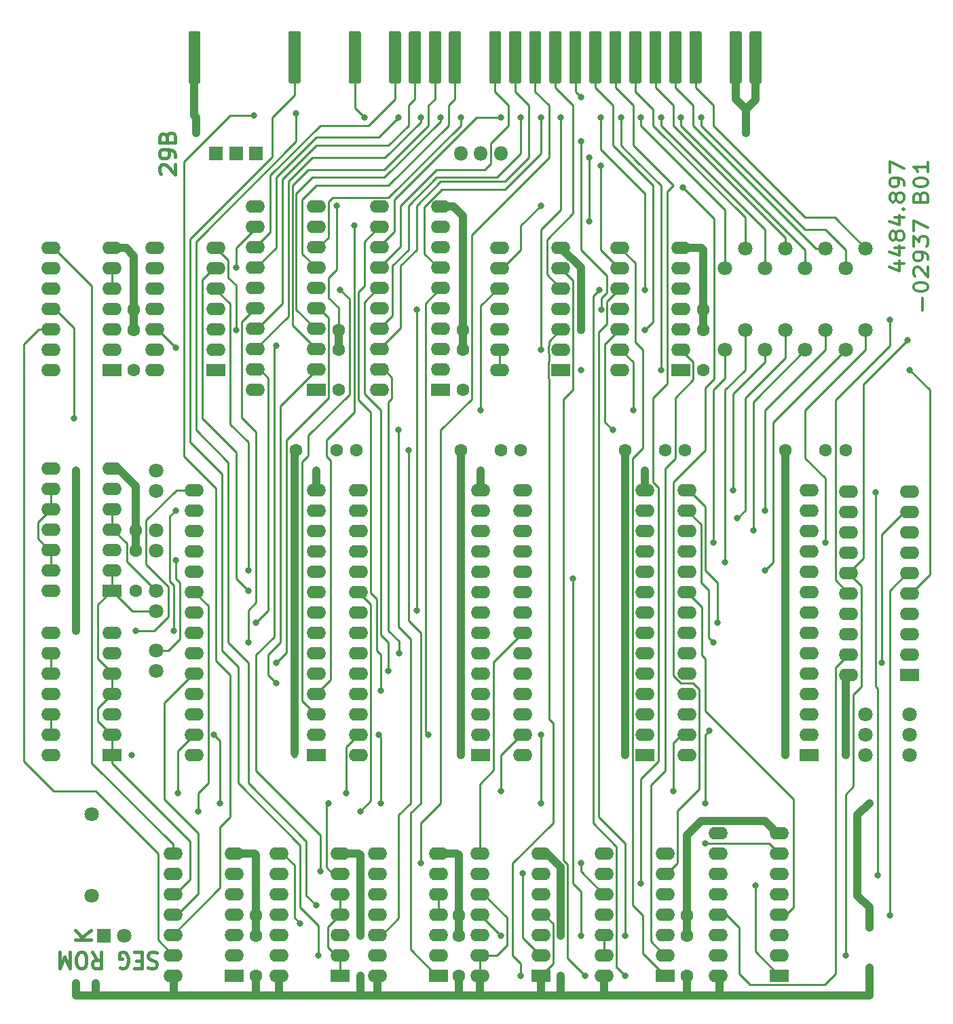
<source format=gbr>
%TF.GenerationSoftware,KiCad,Pcbnew,5.1.8*%
%TF.CreationDate,2020-11-14T22:04:03+01:00*%
%TF.ProjectId,M037,4d303337-2e6b-4696-9361-645f70636258,rev?*%
%TF.SameCoordinates,Original*%
%TF.FileFunction,Copper,L1,Top*%
%TF.FilePolarity,Positive*%
%FSLAX46Y46*%
G04 Gerber Fmt 4.6, Leading zero omitted, Abs format (unit mm)*
G04 Created by KiCad (PCBNEW 5.1.8) date 2020-11-14 22:04:03*
%MOMM*%
%LPD*%
G01*
G04 APERTURE LIST*
%TA.AperFunction,NonConductor*%
%ADD10C,0.400000*%
%TD*%
%TA.AperFunction,NonConductor*%
%ADD11C,0.350000*%
%TD*%
%TA.AperFunction,ComponentPad*%
%ADD12R,1.800000X1.800000*%
%TD*%
%TA.AperFunction,ComponentPad*%
%ADD13O,1.800000X1.800000*%
%TD*%
%TA.AperFunction,ComponentPad*%
%ADD14C,1.800000*%
%TD*%
%TA.AperFunction,ComponentPad*%
%ADD15C,1.600000*%
%TD*%
%TA.AperFunction,ComponentPad*%
%ADD16O,2.400000X1.600000*%
%TD*%
%TA.AperFunction,ComponentPad*%
%ADD17R,2.400000X1.600000*%
%TD*%
%TA.AperFunction,ViaPad*%
%ADD18C,0.800000*%
%TD*%
%TA.AperFunction,ViaPad*%
%ADD19C,1.000000*%
%TD*%
%TA.AperFunction,Conductor*%
%ADD20C,0.250000*%
%TD*%
%TA.AperFunction,Conductor*%
%ADD21C,1.000000*%
%TD*%
G04 APERTURE END LIST*
D10*
X88095238Y-40523809D02*
X88000000Y-40428571D01*
X87904761Y-40238095D01*
X87904761Y-39761904D01*
X88000000Y-39571428D01*
X88095238Y-39476190D01*
X88285714Y-39380952D01*
X88476190Y-39380952D01*
X88761904Y-39476190D01*
X89904761Y-40619047D01*
X89904761Y-39380952D01*
X89904761Y-38428571D02*
X89904761Y-38047619D01*
X89809523Y-37857142D01*
X89714285Y-37761904D01*
X89428571Y-37571428D01*
X89047619Y-37476190D01*
X88285714Y-37476190D01*
X88095238Y-37571428D01*
X88000000Y-37666666D01*
X87904761Y-37857142D01*
X87904761Y-38238095D01*
X88000000Y-38428571D01*
X88095238Y-38523809D01*
X88285714Y-38619047D01*
X88761904Y-38619047D01*
X88952380Y-38523809D01*
X89047619Y-38428571D01*
X89142857Y-38238095D01*
X89142857Y-37857142D01*
X89047619Y-37666666D01*
X88952380Y-37571428D01*
X88761904Y-37476190D01*
X88857142Y-35952380D02*
X88952380Y-35666666D01*
X89047619Y-35571428D01*
X89238095Y-35476190D01*
X89523809Y-35476190D01*
X89714285Y-35571428D01*
X89809523Y-35666666D01*
X89904761Y-35857142D01*
X89904761Y-36619047D01*
X87904761Y-36619047D01*
X87904761Y-35952380D01*
X88000000Y-35761904D01*
X88095238Y-35666666D01*
X88285714Y-35571428D01*
X88476190Y-35571428D01*
X88666666Y-35666666D01*
X88761904Y-35761904D01*
X88857142Y-35952380D01*
X88857142Y-36619047D01*
D11*
X179637500Y-51679880D02*
X180804166Y-51679880D01*
X178970833Y-52156071D02*
X180220833Y-52632261D01*
X180220833Y-51394166D01*
X179637500Y-49775119D02*
X180804166Y-49775119D01*
X178970833Y-50251309D02*
X180220833Y-50727500D01*
X180220833Y-49489404D01*
X179804166Y-48441785D02*
X179720833Y-48632261D01*
X179637500Y-48727500D01*
X179470833Y-48822738D01*
X179387500Y-48822738D01*
X179220833Y-48727500D01*
X179137500Y-48632261D01*
X179054166Y-48441785D01*
X179054166Y-48060833D01*
X179137500Y-47870357D01*
X179220833Y-47775119D01*
X179387500Y-47679880D01*
X179470833Y-47679880D01*
X179637500Y-47775119D01*
X179720833Y-47870357D01*
X179804166Y-48060833D01*
X179804166Y-48441785D01*
X179887500Y-48632261D01*
X179970833Y-48727500D01*
X180137500Y-48822738D01*
X180470833Y-48822738D01*
X180637500Y-48727500D01*
X180720833Y-48632261D01*
X180804166Y-48441785D01*
X180804166Y-48060833D01*
X180720833Y-47870357D01*
X180637500Y-47775119D01*
X180470833Y-47679880D01*
X180137500Y-47679880D01*
X179970833Y-47775119D01*
X179887500Y-47870357D01*
X179804166Y-48060833D01*
X179637500Y-45965595D02*
X180804166Y-45965595D01*
X178970833Y-46441785D02*
X180220833Y-46917976D01*
X180220833Y-45679880D01*
X180637500Y-44917976D02*
X180720833Y-44822738D01*
X180804166Y-44917976D01*
X180720833Y-45013214D01*
X180637500Y-44917976D01*
X180804166Y-44917976D01*
X179804166Y-43679880D02*
X179720833Y-43870357D01*
X179637500Y-43965595D01*
X179470833Y-44060833D01*
X179387500Y-44060833D01*
X179220833Y-43965595D01*
X179137500Y-43870357D01*
X179054166Y-43679880D01*
X179054166Y-43298928D01*
X179137500Y-43108452D01*
X179220833Y-43013214D01*
X179387500Y-42917976D01*
X179470833Y-42917976D01*
X179637500Y-43013214D01*
X179720833Y-43108452D01*
X179804166Y-43298928D01*
X179804166Y-43679880D01*
X179887500Y-43870357D01*
X179970833Y-43965595D01*
X180137500Y-44060833D01*
X180470833Y-44060833D01*
X180637500Y-43965595D01*
X180720833Y-43870357D01*
X180804166Y-43679880D01*
X180804166Y-43298928D01*
X180720833Y-43108452D01*
X180637500Y-43013214D01*
X180470833Y-42917976D01*
X180137500Y-42917976D01*
X179970833Y-43013214D01*
X179887500Y-43108452D01*
X179804166Y-43298928D01*
X180804166Y-41965595D02*
X180804166Y-41584642D01*
X180720833Y-41394166D01*
X180637500Y-41298928D01*
X180387500Y-41108452D01*
X180054166Y-41013214D01*
X179387500Y-41013214D01*
X179220833Y-41108452D01*
X179137500Y-41203690D01*
X179054166Y-41394166D01*
X179054166Y-41775119D01*
X179137500Y-41965595D01*
X179220833Y-42060833D01*
X179387500Y-42156071D01*
X179804166Y-42156071D01*
X179970833Y-42060833D01*
X180054166Y-41965595D01*
X180137500Y-41775119D01*
X180137500Y-41394166D01*
X180054166Y-41203690D01*
X179970833Y-41108452D01*
X179804166Y-41013214D01*
X179054166Y-40346547D02*
X179054166Y-39013214D01*
X180804166Y-39870357D01*
X183112500Y-57584642D02*
X183112500Y-56060833D01*
X182029166Y-54727500D02*
X182029166Y-54537023D01*
X182112500Y-54346547D01*
X182195833Y-54251309D01*
X182362500Y-54156071D01*
X182695833Y-54060833D01*
X183112500Y-54060833D01*
X183445833Y-54156071D01*
X183612500Y-54251309D01*
X183695833Y-54346547D01*
X183779166Y-54537023D01*
X183779166Y-54727500D01*
X183695833Y-54917976D01*
X183612500Y-55013214D01*
X183445833Y-55108452D01*
X183112500Y-55203690D01*
X182695833Y-55203690D01*
X182362500Y-55108452D01*
X182195833Y-55013214D01*
X182112500Y-54917976D01*
X182029166Y-54727500D01*
X182195833Y-53298928D02*
X182112500Y-53203690D01*
X182029166Y-53013214D01*
X182029166Y-52537023D01*
X182112500Y-52346547D01*
X182195833Y-52251309D01*
X182362500Y-52156071D01*
X182529166Y-52156071D01*
X182779166Y-52251309D01*
X183779166Y-53394166D01*
X183779166Y-52156071D01*
X183779166Y-51203690D02*
X183779166Y-50822738D01*
X183695833Y-50632261D01*
X183612500Y-50537023D01*
X183362500Y-50346547D01*
X183029166Y-50251309D01*
X182362500Y-50251309D01*
X182195833Y-50346547D01*
X182112500Y-50441785D01*
X182029166Y-50632261D01*
X182029166Y-51013214D01*
X182112500Y-51203690D01*
X182195833Y-51298928D01*
X182362500Y-51394166D01*
X182779166Y-51394166D01*
X182945833Y-51298928D01*
X183029166Y-51203690D01*
X183112500Y-51013214D01*
X183112500Y-50632261D01*
X183029166Y-50441785D01*
X182945833Y-50346547D01*
X182779166Y-50251309D01*
X182029166Y-49584642D02*
X182029166Y-48346547D01*
X182695833Y-49013214D01*
X182695833Y-48727500D01*
X182779166Y-48537023D01*
X182862500Y-48441785D01*
X183029166Y-48346547D01*
X183445833Y-48346547D01*
X183612500Y-48441785D01*
X183695833Y-48537023D01*
X183779166Y-48727500D01*
X183779166Y-49298928D01*
X183695833Y-49489404D01*
X183612500Y-49584642D01*
X182029166Y-47679880D02*
X182029166Y-46346547D01*
X183779166Y-47203690D01*
X182862500Y-43394166D02*
X182945833Y-43108452D01*
X183029166Y-43013214D01*
X183195833Y-42917976D01*
X183445833Y-42917976D01*
X183612500Y-43013214D01*
X183695833Y-43108452D01*
X183779166Y-43298928D01*
X183779166Y-44060833D01*
X182029166Y-44060833D01*
X182029166Y-43394166D01*
X182112500Y-43203690D01*
X182195833Y-43108452D01*
X182362500Y-43013214D01*
X182529166Y-43013214D01*
X182695833Y-43108452D01*
X182779166Y-43203690D01*
X182862500Y-43394166D01*
X182862500Y-44060833D01*
X182029166Y-41679880D02*
X182029166Y-41489404D01*
X182112500Y-41298928D01*
X182195833Y-41203690D01*
X182362500Y-41108452D01*
X182695833Y-41013214D01*
X183112500Y-41013214D01*
X183445833Y-41108452D01*
X183612500Y-41203690D01*
X183695833Y-41298928D01*
X183779166Y-41489404D01*
X183779166Y-41679880D01*
X183695833Y-41870357D01*
X183612500Y-41965595D01*
X183445833Y-42060833D01*
X183112500Y-42156071D01*
X182695833Y-42156071D01*
X182362500Y-42060833D01*
X182195833Y-41965595D01*
X182112500Y-41870357D01*
X182029166Y-41679880D01*
X183779166Y-39108452D02*
X183779166Y-40251309D01*
X183779166Y-39679880D02*
X182029166Y-39679880D01*
X182279166Y-39870357D01*
X182445833Y-40060833D01*
X182529166Y-40251309D01*
D10*
X79404761Y-136023809D02*
X77404761Y-136023809D01*
X79404761Y-134880952D02*
X78261904Y-135738095D01*
X77404761Y-134880952D02*
X78547619Y-136023809D01*
X87607142Y-137690476D02*
X87335714Y-137595238D01*
X86883333Y-137595238D01*
X86702380Y-137690476D01*
X86611904Y-137785714D01*
X86521428Y-137976190D01*
X86521428Y-138166666D01*
X86611904Y-138357142D01*
X86702380Y-138452380D01*
X86883333Y-138547619D01*
X87245238Y-138642857D01*
X87426190Y-138738095D01*
X87516666Y-138833333D01*
X87607142Y-139023809D01*
X87607142Y-139214285D01*
X87516666Y-139404761D01*
X87426190Y-139500000D01*
X87245238Y-139595238D01*
X86792857Y-139595238D01*
X86521428Y-139500000D01*
X85707142Y-138642857D02*
X85073809Y-138642857D01*
X84802380Y-137595238D02*
X85707142Y-137595238D01*
X85707142Y-139595238D01*
X84802380Y-139595238D01*
X82992857Y-139500000D02*
X83173809Y-139595238D01*
X83445238Y-139595238D01*
X83716666Y-139500000D01*
X83897619Y-139309523D01*
X83988095Y-139119047D01*
X84078571Y-138738095D01*
X84078571Y-138452380D01*
X83988095Y-138071428D01*
X83897619Y-137880952D01*
X83716666Y-137690476D01*
X83445238Y-137595238D01*
X83264285Y-137595238D01*
X82992857Y-137690476D01*
X82902380Y-137785714D01*
X82902380Y-138452380D01*
X83264285Y-138452380D01*
X79554761Y-137595238D02*
X80188095Y-138547619D01*
X80640476Y-137595238D02*
X80640476Y-139595238D01*
X79916666Y-139595238D01*
X79735714Y-139500000D01*
X79645238Y-139404761D01*
X79554761Y-139214285D01*
X79554761Y-138928571D01*
X79645238Y-138738095D01*
X79735714Y-138642857D01*
X79916666Y-138547619D01*
X80640476Y-138547619D01*
X78378571Y-139595238D02*
X78016666Y-139595238D01*
X77835714Y-139500000D01*
X77654761Y-139309523D01*
X77564285Y-138928571D01*
X77564285Y-138261904D01*
X77654761Y-137880952D01*
X77835714Y-137690476D01*
X78016666Y-137595238D01*
X78378571Y-137595238D01*
X78559523Y-137690476D01*
X78740476Y-137880952D01*
X78830952Y-138261904D01*
X78830952Y-138928571D01*
X78740476Y-139309523D01*
X78559523Y-139500000D01*
X78378571Y-139595238D01*
X76750000Y-137595238D02*
X76750000Y-139595238D01*
X76116666Y-138166666D01*
X75483333Y-139595238D01*
X75483333Y-137595238D01*
D12*
%TO.P,C1,1*%
%TO.N,+5V*%
X100000000Y-38000000D03*
X95000000Y-38000000D03*
X97500000Y-38000000D03*
D13*
%TO.P,C1,2*%
%TO.N,GND*%
X128000000Y-38000000D03*
X125500000Y-38000000D03*
X130500000Y-38000000D03*
%TD*%
%TO.P,X1,9B*%
%TO.N,~IORQ*%
%TA.AperFunction,SMDPad,CuDef*%
G36*
G01*
X141550000Y-29100000D02*
X141550000Y-22900000D01*
G75*
G02*
X141700000Y-22750000I150000J0D01*
G01*
X142900000Y-22750000D01*
G75*
G02*
X143050000Y-22900000I0J-150000D01*
G01*
X143050000Y-29100000D01*
G75*
G02*
X142900000Y-29250000I-150000J0D01*
G01*
X141700000Y-29250000D01*
G75*
G02*
X141550000Y-29100000I0J150000D01*
G01*
G37*
%TD.AperFunction*%
%TO.P,X1,8B*%
%TO.N,~RD*%
%TA.AperFunction,SMDPad,CuDef*%
G36*
G01*
X144050000Y-29100000D02*
X144050000Y-22900000D01*
G75*
G02*
X144200000Y-22750000I150000J0D01*
G01*
X145400000Y-22750000D01*
G75*
G02*
X145550000Y-22900000I0J-150000D01*
G01*
X145550000Y-29100000D01*
G75*
G02*
X145400000Y-29250000I-150000J0D01*
G01*
X144200000Y-29250000D01*
G75*
G02*
X144050000Y-29100000I0J150000D01*
G01*
G37*
%TD.AperFunction*%
%TO.P,X1,7B*%
%TO.N,DB0*%
%TA.AperFunction,SMDPad,CuDef*%
G36*
G01*
X146550000Y-29100000D02*
X146550000Y-22900000D01*
G75*
G02*
X146700000Y-22750000I150000J0D01*
G01*
X147900000Y-22750000D01*
G75*
G02*
X148050000Y-22900000I0J-150000D01*
G01*
X148050000Y-29100000D01*
G75*
G02*
X147900000Y-29250000I-150000J0D01*
G01*
X146700000Y-29250000D01*
G75*
G02*
X146550000Y-29100000I0J150000D01*
G01*
G37*
%TD.AperFunction*%
%TO.P,X1,6B*%
%TO.N,DB2*%
%TA.AperFunction,SMDPad,CuDef*%
G36*
G01*
X149050000Y-29100000D02*
X149050000Y-22900000D01*
G75*
G02*
X149200000Y-22750000I150000J0D01*
G01*
X150400000Y-22750000D01*
G75*
G02*
X150550000Y-22900000I0J-150000D01*
G01*
X150550000Y-29100000D01*
G75*
G02*
X150400000Y-29250000I-150000J0D01*
G01*
X149200000Y-29250000D01*
G75*
G02*
X149050000Y-29100000I0J150000D01*
G01*
G37*
%TD.AperFunction*%
%TO.P,X1,5B*%
%TO.N,DB4*%
%TA.AperFunction,SMDPad,CuDef*%
G36*
G01*
X151550000Y-29100000D02*
X151550000Y-22900000D01*
G75*
G02*
X151700000Y-22750000I150000J0D01*
G01*
X152900000Y-22750000D01*
G75*
G02*
X153050000Y-22900000I0J-150000D01*
G01*
X153050000Y-29100000D01*
G75*
G02*
X152900000Y-29250000I-150000J0D01*
G01*
X151700000Y-29250000D01*
G75*
G02*
X151550000Y-29100000I0J150000D01*
G01*
G37*
%TD.AperFunction*%
%TO.P,X1,4B*%
%TO.N,DB6*%
%TA.AperFunction,SMDPad,CuDef*%
G36*
G01*
X154050000Y-29100000D02*
X154050000Y-22900000D01*
G75*
G02*
X154200000Y-22750000I150000J0D01*
G01*
X155400000Y-22750000D01*
G75*
G02*
X155550000Y-22900000I0J-150000D01*
G01*
X155550000Y-29100000D01*
G75*
G02*
X155400000Y-29250000I-150000J0D01*
G01*
X154200000Y-29250000D01*
G75*
G02*
X154050000Y-29100000I0J150000D01*
G01*
G37*
%TD.AperFunction*%
%TO.P,X1,2B*%
%TO.N,GND*%
%TA.AperFunction,SMDPad,CuDef*%
G36*
G01*
X159050000Y-29100000D02*
X159050000Y-22900000D01*
G75*
G02*
X159200000Y-22750000I150000J0D01*
G01*
X160400000Y-22750000D01*
G75*
G02*
X160550000Y-22900000I0J-150000D01*
G01*
X160550000Y-29100000D01*
G75*
G02*
X160400000Y-29250000I-150000J0D01*
G01*
X159200000Y-29250000D01*
G75*
G02*
X159050000Y-29100000I0J150000D01*
G01*
G37*
%TD.AperFunction*%
%TO.P,X1,29B*%
%TO.N,+5V*%
%TA.AperFunction,SMDPad,CuDef*%
G36*
G01*
X91550000Y-29100000D02*
X91550000Y-22900000D01*
G75*
G02*
X91700000Y-22750000I150000J0D01*
G01*
X92900000Y-22750000D01*
G75*
G02*
X93050000Y-22900000I0J-150000D01*
G01*
X93050000Y-29100000D01*
G75*
G02*
X92900000Y-29250000I-150000J0D01*
G01*
X91700000Y-29250000D01*
G75*
G02*
X91550000Y-29100000I0J150000D01*
G01*
G37*
%TD.AperFunction*%
%TO.P,X1,24B*%
%TO.N,MEI*%
%TA.AperFunction,SMDPad,CuDef*%
G36*
G01*
X104050000Y-29100000D02*
X104050000Y-22900000D01*
G75*
G02*
X104200000Y-22750000I150000J0D01*
G01*
X105400000Y-22750000D01*
G75*
G02*
X105550000Y-22900000I0J-150000D01*
G01*
X105550000Y-29100000D01*
G75*
G02*
X105400000Y-29250000I-150000J0D01*
G01*
X104200000Y-29250000D01*
G75*
G02*
X104050000Y-29100000I0J150000D01*
G01*
G37*
%TD.AperFunction*%
%TO.P,X1,21B*%
%TO.N,GND*%
%TA.AperFunction,SMDPad,CuDef*%
G36*
G01*
X111550000Y-29100000D02*
X111550000Y-22900000D01*
G75*
G02*
X111700000Y-22750000I150000J0D01*
G01*
X112900000Y-22750000D01*
G75*
G02*
X113050000Y-22900000I0J-150000D01*
G01*
X113050000Y-29100000D01*
G75*
G02*
X112900000Y-29250000I-150000J0D01*
G01*
X111700000Y-29250000D01*
G75*
G02*
X111550000Y-29100000I0J150000D01*
G01*
G37*
%TD.AperFunction*%
%TO.P,X1,1B*%
%TA.AperFunction,SMDPad,CuDef*%
G36*
G01*
X161550000Y-29100000D02*
X161550000Y-22900000D01*
G75*
G02*
X161700000Y-22750000I150000J0D01*
G01*
X162900000Y-22750000D01*
G75*
G02*
X163050000Y-22900000I0J-150000D01*
G01*
X163050000Y-29100000D01*
G75*
G02*
X162900000Y-29250000I-150000J0D01*
G01*
X161700000Y-29250000D01*
G75*
G02*
X161550000Y-29100000I0J150000D01*
G01*
G37*
%TD.AperFunction*%
%TO.P,X1,19B*%
%TO.N,AB1*%
%TA.AperFunction,SMDPad,CuDef*%
G36*
G01*
X116550000Y-29100000D02*
X116550000Y-22900000D01*
G75*
G02*
X116700000Y-22750000I150000J0D01*
G01*
X117900000Y-22750000D01*
G75*
G02*
X118050000Y-22900000I0J-150000D01*
G01*
X118050000Y-29100000D01*
G75*
G02*
X117900000Y-29250000I-150000J0D01*
G01*
X116700000Y-29250000D01*
G75*
G02*
X116550000Y-29100000I0J150000D01*
G01*
G37*
%TD.AperFunction*%
%TO.P,X1,18B*%
%TO.N,AB3*%
%TA.AperFunction,SMDPad,CuDef*%
G36*
G01*
X119050000Y-29100000D02*
X119050000Y-22900000D01*
G75*
G02*
X119200000Y-22750000I150000J0D01*
G01*
X120400000Y-22750000D01*
G75*
G02*
X120550000Y-22900000I0J-150000D01*
G01*
X120550000Y-29100000D01*
G75*
G02*
X120400000Y-29250000I-150000J0D01*
G01*
X119200000Y-29250000D01*
G75*
G02*
X119050000Y-29100000I0J150000D01*
G01*
G37*
%TD.AperFunction*%
%TO.P,X1,17B*%
%TO.N,AB5*%
%TA.AperFunction,SMDPad,CuDef*%
G36*
G01*
X121550000Y-29100000D02*
X121550000Y-22900000D01*
G75*
G02*
X121700000Y-22750000I150000J0D01*
G01*
X122900000Y-22750000D01*
G75*
G02*
X123050000Y-22900000I0J-150000D01*
G01*
X123050000Y-29100000D01*
G75*
G02*
X122900000Y-29250000I-150000J0D01*
G01*
X121700000Y-29250000D01*
G75*
G02*
X121550000Y-29100000I0J150000D01*
G01*
G37*
%TD.AperFunction*%
%TO.P,X1,16B*%
%TO.N,AB7*%
%TA.AperFunction,SMDPad,CuDef*%
G36*
G01*
X124050000Y-29100000D02*
X124050000Y-22900000D01*
G75*
G02*
X124200000Y-22750000I150000J0D01*
G01*
X125400000Y-22750000D01*
G75*
G02*
X125550000Y-22900000I0J-150000D01*
G01*
X125550000Y-29100000D01*
G75*
G02*
X125400000Y-29250000I-150000J0D01*
G01*
X124200000Y-29250000D01*
G75*
G02*
X124050000Y-29100000I0J150000D01*
G01*
G37*
%TD.AperFunction*%
%TO.P,X1,14B*%
%TO.N,AB9*%
%TA.AperFunction,SMDPad,CuDef*%
G36*
G01*
X129050000Y-29100000D02*
X129050000Y-22900000D01*
G75*
G02*
X129200000Y-22750000I150000J0D01*
G01*
X130400000Y-22750000D01*
G75*
G02*
X130550000Y-22900000I0J-150000D01*
G01*
X130550000Y-29100000D01*
G75*
G02*
X130400000Y-29250000I-150000J0D01*
G01*
X129200000Y-29250000D01*
G75*
G02*
X129050000Y-29100000I0J150000D01*
G01*
G37*
%TD.AperFunction*%
%TO.P,X1,13B*%
%TO.N,AB11*%
%TA.AperFunction,SMDPad,CuDef*%
G36*
G01*
X131550000Y-29100000D02*
X131550000Y-22900000D01*
G75*
G02*
X131700000Y-22750000I150000J0D01*
G01*
X132900000Y-22750000D01*
G75*
G02*
X133050000Y-22900000I0J-150000D01*
G01*
X133050000Y-29100000D01*
G75*
G02*
X132900000Y-29250000I-150000J0D01*
G01*
X131700000Y-29250000D01*
G75*
G02*
X131550000Y-29100000I0J150000D01*
G01*
G37*
%TD.AperFunction*%
%TO.P,X1,12B*%
%TO.N,AB13*%
%TA.AperFunction,SMDPad,CuDef*%
G36*
G01*
X134050000Y-29100000D02*
X134050000Y-22900000D01*
G75*
G02*
X134200000Y-22750000I150000J0D01*
G01*
X135400000Y-22750000D01*
G75*
G02*
X135550000Y-22900000I0J-150000D01*
G01*
X135550000Y-29100000D01*
G75*
G02*
X135400000Y-29250000I-150000J0D01*
G01*
X134200000Y-29250000D01*
G75*
G02*
X134050000Y-29100000I0J150000D01*
G01*
G37*
%TD.AperFunction*%
%TO.P,X1,11B*%
%TO.N,AB15*%
%TA.AperFunction,SMDPad,CuDef*%
G36*
G01*
X136550000Y-29100000D02*
X136550000Y-22900000D01*
G75*
G02*
X136700000Y-22750000I150000J0D01*
G01*
X137900000Y-22750000D01*
G75*
G02*
X138050000Y-22900000I0J-150000D01*
G01*
X138050000Y-29100000D01*
G75*
G02*
X137900000Y-29250000I-150000J0D01*
G01*
X136700000Y-29250000D01*
G75*
G02*
X136550000Y-29100000I0J150000D01*
G01*
G37*
%TD.AperFunction*%
%TO.P,X1,10B*%
%TO.N,IE-Kette*%
%TA.AperFunction,SMDPad,CuDef*%
G36*
G01*
X139050000Y-29100000D02*
X139050000Y-22900000D01*
G75*
G02*
X139200000Y-22750000I150000J0D01*
G01*
X140400000Y-22750000D01*
G75*
G02*
X140550000Y-22900000I0J-150000D01*
G01*
X140550000Y-29100000D01*
G75*
G02*
X140400000Y-29250000I-150000J0D01*
G01*
X139200000Y-29250000D01*
G75*
G02*
X139050000Y-29100000I0J150000D01*
G01*
G37*
%TD.AperFunction*%
%TD*%
D14*
%TO.P,B01,2*%
%TO.N,Net-(B01-Pad2)*%
X83540000Y-135500000D03*
D12*
%TO.P,B01,1*%
%TO.N,Net-(B01-Pad1)*%
X81000000Y-135500000D03*
%TD*%
D15*
%TO.P,C5,2*%
%TO.N,GND*%
X173500000Y-75000000D03*
X171000000Y-75000000D03*
%TO.P,C5,1*%
%TO.N,+5V*%
X166000000Y-75000000D03*
%TD*%
%TO.P,C4,2*%
%TO.N,GND*%
X153500000Y-75000000D03*
X151000000Y-75000000D03*
%TO.P,C4,1*%
%TO.N,+5V*%
X146000000Y-75000000D03*
%TD*%
%TO.P,C3,2*%
%TO.N,GND*%
X133000000Y-75000000D03*
X130500000Y-75000000D03*
%TO.P,C3,1*%
%TO.N,+5V*%
X125500000Y-75000000D03*
%TD*%
%TO.P,C2,2*%
%TO.N,GND*%
X112500000Y-75000000D03*
X110000000Y-75000000D03*
%TO.P,C2,1*%
%TO.N,+5V*%
X105000000Y-75000000D03*
%TD*%
%TO.P,C13,2*%
%TO.N,GND*%
X153750000Y-133000000D03*
X153750000Y-135500000D03*
%TO.P,C13,1*%
%TO.N,+5V*%
X153750000Y-140500000D03*
%TD*%
%TO.P,C12,2*%
%TO.N,GND*%
X125250000Y-133000000D03*
X125250000Y-135500000D03*
%TO.P,C12,1*%
%TO.N,+5V*%
X125250000Y-140500000D03*
%TD*%
%TO.P,C11,2*%
%TO.N,GND*%
X100000000Y-133000000D03*
X100000000Y-135500000D03*
%TO.P,C11,1*%
%TO.N,+5V*%
X100000000Y-140500000D03*
%TD*%
%TO.P,C10,2*%
%TO.N,GND*%
X85000000Y-85000000D03*
X85000000Y-87500000D03*
%TO.P,C10,1*%
%TO.N,+5V*%
X85000000Y-92500000D03*
%TD*%
%TO.P,C9,2*%
%TO.N,GND*%
X155750000Y-57500000D03*
X155750000Y-60000000D03*
%TO.P,C9,1*%
%TO.N,+5V*%
X155750000Y-65000000D03*
%TD*%
%TO.P,C8,2*%
%TO.N,GND*%
X125750000Y-60000000D03*
X125750000Y-62500000D03*
%TO.P,C8,1*%
%TO.N,+5V*%
X125750000Y-67500000D03*
%TD*%
%TO.P,C7,2*%
%TO.N,GND*%
X110250000Y-60000000D03*
X110250000Y-62500000D03*
%TO.P,C7,1*%
%TO.N,+5V*%
X110250000Y-67500000D03*
%TD*%
%TO.P,C6,2*%
%TO.N,GND*%
X84750000Y-57500000D03*
X84750000Y-60000000D03*
%TO.P,C6,1*%
%TO.N,+5V*%
X84750000Y-65000000D03*
%TD*%
D14*
%TO.P,R8,2*%
%TO.N,DB7*%
X173500000Y-52340000D03*
%TO.P,R8,1*%
%TO.N,/.08*%
X173500000Y-62500000D03*
%TD*%
%TO.P,R7,2*%
%TO.N,DB6*%
X176000000Y-49840000D03*
%TO.P,R7,1*%
%TO.N,/.07*%
X176000000Y-60000000D03*
%TD*%
%TO.P,R6,2*%
%TO.N,DB5*%
X168500000Y-52340000D03*
%TO.P,R6,1*%
%TO.N,/.06*%
X168500000Y-62500000D03*
%TD*%
%TO.P,R5,2*%
%TO.N,DB4*%
X171000000Y-49840000D03*
%TO.P,R5,1*%
%TO.N,/.05*%
X171000000Y-60000000D03*
%TD*%
%TO.P,R4,2*%
%TO.N,DB3*%
X163500000Y-52340000D03*
%TO.P,R4,1*%
%TO.N,/.04*%
X163500000Y-62500000D03*
%TD*%
%TO.P,R3,2*%
%TO.N,DB2*%
X166000000Y-49840000D03*
%TO.P,R3,1*%
%TO.N,/.03*%
X166000000Y-60000000D03*
%TD*%
%TO.P,R2,2*%
%TO.N,DB1*%
X158500000Y-52340000D03*
%TO.P,R2,1*%
%TO.N,/.02*%
X158500000Y-62500000D03*
%TD*%
%TO.P,R1,2*%
%TO.N,DB0*%
X161000000Y-49840000D03*
%TO.P,R1,1*%
%TO.N,/.01*%
X161000000Y-60000000D03*
%TD*%
%TO.P,R9,2*%
%TO.N,+5V*%
X79500000Y-120340000D03*
%TO.P,R9,1*%
%TO.N,Net-(B01-Pad2)*%
X79500000Y-130500000D03*
%TD*%
D16*
%TO.P,D1,14*%
%TO.N,+5V*%
X102880000Y-140500000D03*
%TO.P,D1,7*%
%TO.N,GND*%
X110500000Y-125260000D03*
%TO.P,D1,13*%
%TO.N,Net-(D1-Pad13)*%
X102880000Y-137960000D03*
%TO.P,D1,6*%
%TO.N,/~write*%
X110500000Y-127800000D03*
%TO.P,D1,12*%
%TO.N,Net-(D1-Pad12)*%
X102880000Y-135420000D03*
%TO.P,D1,5*%
%TO.N,/.23*%
X110500000Y-130340000D03*
%TO.P,D1,11*%
%TO.N,Net-(D1-Pad11)*%
X102880000Y-132880000D03*
%TO.P,D1,4*%
%TO.N,/.23*%
X110500000Y-132880000D03*
%TO.P,D1,10*%
%TO.N,Net-(D1-Pad10)*%
X102880000Y-130340000D03*
%TO.P,D1,3*%
%TO.N,Net-(D1-Pad3)*%
X110500000Y-135420000D03*
%TO.P,D1,9*%
%TO.N,Net-(D1-Pad9)*%
X102880000Y-127800000D03*
%TO.P,D1,2*%
%TO.N,/.23*%
X110500000Y-137960000D03*
%TO.P,D1,8*%
%TO.N,Net-(D1-Pad8)*%
X102880000Y-125260000D03*
D17*
%TO.P,D1,1*%
%TO.N,/.23*%
X110500000Y-140500000D03*
%TD*%
D14*
%TO.P,RB08,2*%
%TO.N,Net-(D10-Pad1)*%
X87500000Y-95040000D03*
%TO.P,RB08,1*%
%TO.N,Net-(D10-Pad10)*%
X87500000Y-92500000D03*
%TD*%
%TO.P,RB07,2*%
%TO.N,/.02*%
X87500000Y-84960000D03*
%TO.P,RB07,1*%
%TO.N,Net-(D10-Pad3)*%
X87500000Y-87500000D03*
%TD*%
%TO.P,RB06,2*%
%TO.N,/.01*%
X87500000Y-99960000D03*
%TO.P,RB06,1*%
%TO.N,Net-(D8-Pad11)*%
X87500000Y-102500000D03*
%TD*%
%TO.P,RB05,2*%
%TO.N,/.35*%
X181500000Y-110460000D03*
%TO.P,RB05,1*%
%TO.N,Net-(D6-Pad2)*%
X181500000Y-107920000D03*
%TD*%
%TO.P,RB04,2*%
%TO.N,/.34*%
X176000000Y-110460000D03*
%TO.P,RB04,1*%
%TO.N,Net-(D6-Pad9)*%
X176000000Y-107920000D03*
%TD*%
%TO.P,RB03,2*%
%TO.N,/.34*%
X176000000Y-110460000D03*
%TO.P,RB03,1*%
%TO.N,+5V*%
X176000000Y-113000000D03*
%TD*%
%TO.P,RB02,2*%
%TO.N,/.35*%
X181500000Y-110460000D03*
%TO.P,RB02,1*%
%TO.N,+5V*%
X181500000Y-113000000D03*
%TD*%
%TO.P,RB01,2*%
%TO.N,Net-(D10-Pad10)*%
X87500000Y-80040000D03*
%TO.P,RB01,1*%
%TO.N,GND*%
X87500000Y-77500000D03*
%TD*%
D16*
%TO.P,D19,28*%
%TO.N,+5V*%
X153760000Y-113000000D03*
%TO.P,D19,14*%
%TO.N,GND*%
X169000000Y-79980000D03*
%TO.P,D19,27*%
%TO.N,/.35*%
X153760000Y-110460000D03*
%TO.P,D19,13*%
%TO.N,/.03*%
X169000000Y-82520000D03*
%TO.P,D19,26*%
%TO.N,/.34*%
X153760000Y-107920000D03*
%TO.P,D19,12*%
%TO.N,/.02*%
X169000000Y-85060000D03*
%TO.P,D19,25*%
%TO.N,/.17*%
X153760000Y-105380000D03*
%TO.P,D19,11*%
%TO.N,/.01*%
X169000000Y-87600000D03*
%TO.P,D19,24*%
%TO.N,/.18*%
X153760000Y-102840000D03*
%TO.P,D19,10*%
%TO.N,/.09*%
X169000000Y-90140000D03*
%TO.P,D19,23*%
%TO.N,/.20*%
X153760000Y-100300000D03*
%TO.P,D19,9*%
%TO.N,/.10*%
X169000000Y-92680000D03*
%TO.P,D19,22*%
%TO.N,/.32*%
X153760000Y-97760000D03*
%TO.P,D19,8*%
%TO.N,/.11*%
X169000000Y-95220000D03*
%TO.P,D19,21*%
%TO.N,/.19*%
X153760000Y-95220000D03*
%TO.P,D19,7*%
%TO.N,/.12*%
X169000000Y-97760000D03*
%TO.P,D19,20*%
%TO.N,/.31*%
X153760000Y-92680000D03*
%TO.P,D19,6*%
%TO.N,/.13*%
X169000000Y-100300000D03*
%TO.P,D19,19*%
%TO.N,/.08*%
X153760000Y-90140000D03*
%TO.P,D19,5*%
%TO.N,/.14*%
X169000000Y-102840000D03*
%TO.P,D19,18*%
%TO.N,/.07*%
X153760000Y-87600000D03*
%TO.P,D19,4*%
%TO.N,/.15*%
X169000000Y-105380000D03*
%TO.P,D19,17*%
%TO.N,/.06*%
X153760000Y-85060000D03*
%TO.P,D19,3*%
%TO.N,/.16*%
X169000000Y-107920000D03*
%TO.P,D19,16*%
%TO.N,/.05*%
X153760000Y-82520000D03*
%TO.P,D19,2*%
%TO.N,/.21*%
X169000000Y-110460000D03*
%TO.P,D19,15*%
%TO.N,/.04*%
X153760000Y-79980000D03*
D17*
%TO.P,D19,1*%
%TO.N,+5V*%
X169000000Y-113000000D03*
%TD*%
D16*
%TO.P,D18,28*%
%TO.N,+5V*%
X133260000Y-113000000D03*
%TO.P,D18,14*%
%TO.N,GND*%
X148500000Y-79980000D03*
%TO.P,D18,27*%
%TO.N,/.35*%
X133260000Y-110460000D03*
%TO.P,D18,13*%
%TO.N,/.03*%
X148500000Y-82520000D03*
%TO.P,D18,26*%
%TO.N,/.34*%
X133260000Y-107920000D03*
%TO.P,D18,12*%
%TO.N,/.02*%
X148500000Y-85060000D03*
%TO.P,D18,25*%
%TO.N,/.17*%
X133260000Y-105380000D03*
%TO.P,D18,11*%
%TO.N,/.01*%
X148500000Y-87600000D03*
%TO.P,D18,24*%
%TO.N,/.18*%
X133260000Y-102840000D03*
%TO.P,D18,10*%
%TO.N,/.09*%
X148500000Y-90140000D03*
%TO.P,D18,23*%
%TO.N,/.20*%
X133260000Y-100300000D03*
%TO.P,D18,9*%
%TO.N,/.10*%
X148500000Y-92680000D03*
%TO.P,D18,22*%
%TO.N,/.32*%
X133260000Y-97760000D03*
%TO.P,D18,8*%
%TO.N,/.11*%
X148500000Y-95220000D03*
%TO.P,D18,21*%
%TO.N,/.19*%
X133260000Y-95220000D03*
%TO.P,D18,7*%
%TO.N,/.12*%
X148500000Y-97760000D03*
%TO.P,D18,20*%
%TO.N,/.30*%
X133260000Y-92680000D03*
%TO.P,D18,6*%
%TO.N,/.13*%
X148500000Y-100300000D03*
%TO.P,D18,19*%
%TO.N,/.08*%
X133260000Y-90140000D03*
%TO.P,D18,5*%
%TO.N,/.14*%
X148500000Y-102840000D03*
%TO.P,D18,18*%
%TO.N,/.07*%
X133260000Y-87600000D03*
%TO.P,D18,4*%
%TO.N,/.15*%
X148500000Y-105380000D03*
%TO.P,D18,17*%
%TO.N,/.06*%
X133260000Y-85060000D03*
%TO.P,D18,3*%
%TO.N,/.16*%
X148500000Y-107920000D03*
%TO.P,D18,16*%
%TO.N,/.05*%
X133260000Y-82520000D03*
%TO.P,D18,2*%
%TO.N,/.21*%
X148500000Y-110460000D03*
%TO.P,D18,15*%
%TO.N,/.04*%
X133260000Y-79980000D03*
D17*
%TO.P,D18,1*%
%TO.N,+5V*%
X148500000Y-113000000D03*
%TD*%
D16*
%TO.P,D17,28*%
%TO.N,+5V*%
X112760000Y-113000000D03*
%TO.P,D17,14*%
%TO.N,GND*%
X128000000Y-79980000D03*
%TO.P,D17,27*%
%TO.N,/.35*%
X112760000Y-110460000D03*
%TO.P,D17,13*%
%TO.N,/.03*%
X128000000Y-82520000D03*
%TO.P,D17,26*%
%TO.N,/.34*%
X112760000Y-107920000D03*
%TO.P,D17,12*%
%TO.N,/.02*%
X128000000Y-85060000D03*
%TO.P,D17,25*%
%TO.N,/.17*%
X112760000Y-105380000D03*
%TO.P,D17,11*%
%TO.N,/.01*%
X128000000Y-87600000D03*
%TO.P,D17,24*%
%TO.N,/.18*%
X112760000Y-102840000D03*
%TO.P,D17,10*%
%TO.N,/.09*%
X128000000Y-90140000D03*
%TO.P,D17,23*%
%TO.N,/.20*%
X112760000Y-100300000D03*
%TO.P,D17,9*%
%TO.N,/.10*%
X128000000Y-92680000D03*
%TO.P,D17,22*%
%TO.N,/.32*%
X112760000Y-97760000D03*
%TO.P,D17,8*%
%TO.N,/.11*%
X128000000Y-95220000D03*
%TO.P,D17,21*%
%TO.N,/.19*%
X112760000Y-95220000D03*
%TO.P,D17,7*%
%TO.N,/.12*%
X128000000Y-97760000D03*
%TO.P,D17,20*%
%TO.N,/.29*%
X112760000Y-92680000D03*
%TO.P,D17,6*%
%TO.N,/.13*%
X128000000Y-100300000D03*
%TO.P,D17,19*%
%TO.N,/.08*%
X112760000Y-90140000D03*
%TO.P,D17,5*%
%TO.N,/.14*%
X128000000Y-102840000D03*
%TO.P,D17,18*%
%TO.N,/.07*%
X112760000Y-87600000D03*
%TO.P,D17,4*%
%TO.N,/.15*%
X128000000Y-105380000D03*
%TO.P,D17,17*%
%TO.N,/.06*%
X112760000Y-85060000D03*
%TO.P,D17,3*%
%TO.N,/.16*%
X128000000Y-107920000D03*
%TO.P,D17,16*%
%TO.N,/.05*%
X112760000Y-82520000D03*
%TO.P,D17,2*%
%TO.N,/.21*%
X128000000Y-110460000D03*
%TO.P,D17,15*%
%TO.N,/.04*%
X112760000Y-79980000D03*
D17*
%TO.P,D17,1*%
%TO.N,+5V*%
X128000000Y-113000000D03*
%TD*%
D16*
%TO.P,D16,28*%
%TO.N,+5V*%
X92260000Y-113000000D03*
%TO.P,D16,14*%
%TO.N,GND*%
X107500000Y-79980000D03*
%TO.P,D16,27*%
%TO.N,/.35*%
X92260000Y-110460000D03*
%TO.P,D16,13*%
%TO.N,/.03*%
X107500000Y-82520000D03*
%TO.P,D16,26*%
%TO.N,/.34*%
X92260000Y-107920000D03*
%TO.P,D16,12*%
%TO.N,/.02*%
X107500000Y-85060000D03*
%TO.P,D16,25*%
%TO.N,/.17*%
X92260000Y-105380000D03*
%TO.P,D16,11*%
%TO.N,/.01*%
X107500000Y-87600000D03*
%TO.P,D16,24*%
%TO.N,/.18*%
X92260000Y-102840000D03*
%TO.P,D16,10*%
%TO.N,/.09*%
X107500000Y-90140000D03*
%TO.P,D16,23*%
%TO.N,/.20*%
X92260000Y-100300000D03*
%TO.P,D16,9*%
%TO.N,/.10*%
X107500000Y-92680000D03*
%TO.P,D16,22*%
%TO.N,/.32*%
X92260000Y-97760000D03*
%TO.P,D16,8*%
%TO.N,/.11*%
X107500000Y-95220000D03*
%TO.P,D16,21*%
%TO.N,/.19*%
X92260000Y-95220000D03*
%TO.P,D16,7*%
%TO.N,/.12*%
X107500000Y-97760000D03*
%TO.P,D16,20*%
%TO.N,/.28*%
X92260000Y-92680000D03*
%TO.P,D16,6*%
%TO.N,/.13*%
X107500000Y-100300000D03*
%TO.P,D16,19*%
%TO.N,/.08*%
X92260000Y-90140000D03*
%TO.P,D16,5*%
%TO.N,/.14*%
X107500000Y-102840000D03*
%TO.P,D16,18*%
%TO.N,/.07*%
X92260000Y-87600000D03*
%TO.P,D16,4*%
%TO.N,/.15*%
X107500000Y-105380000D03*
%TO.P,D16,17*%
%TO.N,/.06*%
X92260000Y-85060000D03*
%TO.P,D16,3*%
%TO.N,/.16*%
X107500000Y-107920000D03*
%TO.P,D16,16*%
%TO.N,/.05*%
X92260000Y-82520000D03*
%TO.P,D16,2*%
%TO.N,/.21*%
X107500000Y-110460000D03*
%TO.P,D16,15*%
%TO.N,/.04*%
X92260000Y-79980000D03*
D17*
%TO.P,D16,1*%
%TO.N,+5V*%
X107500000Y-113000000D03*
%TD*%
D16*
%TO.P,D15,14*%
%TO.N,+5V*%
X143380000Y-140500000D03*
%TO.P,D15,7*%
%TO.N,GND*%
X151000000Y-125260000D03*
%TO.P,D15,13*%
%TO.N,Net-(D15-Pad12)*%
X143380000Y-137960000D03*
%TO.P,D15,6*%
%TO.N,Net-(D15-Pad6)*%
X151000000Y-127800000D03*
%TO.P,D15,12*%
%TO.N,Net-(D15-Pad12)*%
X143380000Y-135420000D03*
%TO.P,D15,5*%
%TO.N,Net-(D15-Pad5)*%
X151000000Y-130340000D03*
%TO.P,D15,11*%
%TO.N,/.27*%
X143380000Y-132880000D03*
%TO.P,D15,4*%
%TO.N,Net-(D1-Pad8)*%
X151000000Y-132880000D03*
%TO.P,D15,10*%
%TO.N,Net-(D14-Pad2)*%
X143380000Y-130340000D03*
%TO.P,D15,3*%
%TO.N,Net-(D15-Pad3)*%
X151000000Y-135420000D03*
%TO.P,D15,9*%
%TO.N,Net-(D14-Pad6)*%
X143380000Y-127800000D03*
%TO.P,D15,2*%
%TO.N,/.23*%
X151000000Y-137960000D03*
%TO.P,D15,8*%
%TO.N,Net-(D15-Pad5)*%
X143380000Y-125260000D03*
D17*
%TO.P,D15,1*%
%TO.N,Net-(D15-Pad1)*%
X151000000Y-140500000D03*
%TD*%
D16*
%TO.P,D14,14*%
%TO.N,+5V*%
X127880000Y-140500000D03*
%TO.P,D14,7*%
%TO.N,GND*%
X135500000Y-125260000D03*
%TO.P,D14,13*%
%TO.N,+5V*%
X127880000Y-137960000D03*
%TO.P,D14,6*%
%TO.N,Net-(D14-Pad6)*%
X135500000Y-127800000D03*
%TO.P,D14,12*%
%TO.N,Net-(D14-Pad12)*%
X127880000Y-135420000D03*
%TO.P,D14,5*%
%TO.N,Net-(D14-Pad5)*%
X135500000Y-130340000D03*
%TO.P,D14,11*%
%TO.N,/.27*%
X127880000Y-132880000D03*
%TO.P,D14,4*%
%TO.N,+5V*%
X135500000Y-132880000D03*
%TO.P,D14,10*%
X127880000Y-130340000D03*
%TO.P,D14,3*%
%TO.N,/.27*%
X135500000Y-135420000D03*
%TO.P,D14,9*%
%TO.N,Net-(D14-Pad2)*%
X127880000Y-127800000D03*
%TO.P,D14,2*%
X135500000Y-137960000D03*
%TO.P,D14,8*%
%TO.N,/.32*%
X127880000Y-125260000D03*
D17*
%TO.P,D14,1*%
%TO.N,+5V*%
X135500000Y-140500000D03*
%TD*%
D16*
%TO.P,D13,14*%
%TO.N,+5V*%
X74380000Y-65000000D03*
%TO.P,D13,7*%
%TO.N,GND*%
X82000000Y-49760000D03*
%TO.P,D13,13*%
%TO.N,Net-(D13-Pad13)*%
X74380000Y-62460000D03*
%TO.P,D13,6*%
%TO.N,Net-(D12-Pad10)*%
X82000000Y-52300000D03*
%TO.P,D13,12*%
%TO.N,Net-(D11-Pad13)*%
X74380000Y-59920000D03*
%TO.P,D13,5*%
%TO.N,Net-(D12-Pad10)*%
X82000000Y-54840000D03*
%TO.P,D13,11*%
%TO.N,/.25*%
X74380000Y-57380000D03*
%TO.P,D13,4*%
%TO.N,Net-(D12-Pad4)*%
X82000000Y-57380000D03*
%TO.P,D13,10*%
%TO.N,Net-(D13-Pad10)*%
X74380000Y-54840000D03*
%TO.P,D13,3*%
%TO.N,/.16*%
X82000000Y-59920000D03*
%TO.P,D13,9*%
%TO.N,Net-(D13-Pad9)*%
X74380000Y-52300000D03*
%TO.P,D13,2*%
%TO.N,Net-(D12-Pad13)*%
X82000000Y-62460000D03*
%TO.P,D13,8*%
%TO.N,Net-(D11-Pad8)*%
X74380000Y-49760000D03*
D17*
%TO.P,D13,1*%
%TO.N,Net-(D12-Pad1)*%
X82000000Y-65000000D03*
%TD*%
D16*
%TO.P,D12,14*%
%TO.N,+5V*%
X87380000Y-65000000D03*
%TO.P,D12,7*%
%TO.N,GND*%
X95000000Y-49760000D03*
%TO.P,D12,13*%
%TO.N,Net-(D12-Pad13)*%
X87380000Y-62460000D03*
%TO.P,D12,6*%
%TO.N,/.10*%
X95000000Y-52300000D03*
%TO.P,D12,12*%
%TO.N,/.11*%
X87380000Y-59920000D03*
%TO.P,D12,5*%
%TO.N,/.09*%
X95000000Y-54840000D03*
%TO.P,D12,11*%
%TO.N,/.12*%
X87380000Y-57380000D03*
%TO.P,D12,4*%
%TO.N,Net-(D12-Pad4)*%
X95000000Y-57380000D03*
%TO.P,D12,10*%
%TO.N,Net-(D12-Pad10)*%
X87380000Y-54840000D03*
%TO.P,D12,3*%
%TO.N,/.13*%
X95000000Y-59920000D03*
%TO.P,D12,9*%
%TO.N,/.17*%
X87380000Y-52300000D03*
%TO.P,D12,2*%
%TO.N,/.14*%
X95000000Y-62460000D03*
%TO.P,D12,8*%
%TO.N,/.15*%
X87380000Y-49760000D03*
D17*
%TO.P,D12,1*%
%TO.N,Net-(D12-Pad1)*%
X95000000Y-65000000D03*
%TD*%
D16*
%TO.P,D11,14*%
%TO.N,+5V*%
X89630000Y-140500000D03*
%TO.P,D11,7*%
%TO.N,GND*%
X97250000Y-125260000D03*
%TO.P,D11,13*%
%TO.N,Net-(D11-Pad13)*%
X89630000Y-137960000D03*
%TO.P,D11,6*%
%TO.N,AB13*%
X97250000Y-127800000D03*
%TO.P,D11,12*%
%TO.N,~MAD*%
X89630000Y-135420000D03*
%TO.P,D11,5*%
%TO.N,/.24*%
X97250000Y-130340000D03*
%TO.P,D11,11*%
%TO.N,/.18*%
X89630000Y-132880000D03*
%TO.P,D11,4*%
%TO.N,Net-(D1-Pad10)*%
X97250000Y-132880000D03*
%TO.P,D11,10*%
%TO.N,Net-(D10-Pad1)*%
X89630000Y-130340000D03*
%TO.P,D11,3*%
%TO.N,Net-(D11-Pad3)*%
X97250000Y-135420000D03*
%TO.P,D11,9*%
%TO.N,/.24*%
X89630000Y-127800000D03*
%TO.P,D11,2*%
%TO.N,Net-(D11-Pad2)*%
X97250000Y-137960000D03*
%TO.P,D11,8*%
%TO.N,Net-(D11-Pad8)*%
X89630000Y-125260000D03*
D17*
%TO.P,D11,1*%
%TO.N,Net-(D1-Pad13)*%
X97250000Y-140500000D03*
%TD*%
D16*
%TO.P,D10,14*%
%TO.N,+5V*%
X74380000Y-92500000D03*
%TO.P,D10,7*%
%TO.N,GND*%
X82000000Y-77260000D03*
%TO.P,D10,13*%
%TO.N,Net-(D10-Pad10)*%
X74380000Y-89960000D03*
%TO.P,D10,6*%
%TO.N,/.05*%
X82000000Y-79800000D03*
%TO.P,D10,12*%
%TO.N,Net-(D10-Pad10)*%
X74380000Y-87420000D03*
%TO.P,D10,5*%
X82000000Y-82340000D03*
%TO.P,D10,11*%
%TO.N,/.07*%
X74380000Y-84880000D03*
%TO.P,D10,4*%
%TO.N,Net-(D10-Pad10)*%
X82000000Y-84880000D03*
%TO.P,D10,10*%
X74380000Y-82340000D03*
%TO.P,D10,3*%
%TO.N,Net-(D10-Pad3)*%
X82000000Y-87420000D03*
%TO.P,D10,9*%
%TO.N,Net-(D10-Pad10)*%
X74380000Y-79800000D03*
%TO.P,D10,2*%
%TO.N,Net-(D10-Pad1)*%
X82000000Y-89960000D03*
%TO.P,D10,8*%
%TO.N,/.06*%
X74380000Y-77260000D03*
D17*
%TO.P,D10,1*%
%TO.N,Net-(D10-Pad1)*%
X82000000Y-92500000D03*
%TD*%
D16*
%TO.P,D9,16*%
%TO.N,+5V*%
X157630000Y-140500000D03*
%TO.P,D9,8*%
%TO.N,GND*%
X165250000Y-122720000D03*
%TO.P,D9,15*%
%TO.N,Net-(D9-Pad15)*%
X157630000Y-137960000D03*
%TO.P,D9,7*%
%TO.N,/.28*%
X165250000Y-125260000D03*
%TO.P,D9,14*%
%TO.N,Net-(D9-Pad14)*%
X157630000Y-135420000D03*
%TO.P,D9,6*%
%TO.N,/.29*%
X165250000Y-127800000D03*
%TO.P,D9,13*%
%TO.N,/.36*%
X157630000Y-132880000D03*
%TO.P,D9,5*%
%TO.N,/.30*%
X165250000Y-130340000D03*
%TO.P,D9,12*%
%TO.N,Net-(D9-Pad12)*%
X157630000Y-130340000D03*
%TO.P,D9,4*%
%TO.N,/.31*%
X165250000Y-132880000D03*
%TO.P,D9,11*%
%TO.N,Net-(D9-Pad11)*%
X157630000Y-127800000D03*
%TO.P,D9,3*%
%TO.N,/.37*%
X165250000Y-135420000D03*
%TO.P,D9,10*%
%TO.N,Net-(D9-Pad10)*%
X157630000Y-125260000D03*
%TO.P,D9,2*%
%TO.N,GND*%
X165250000Y-137960000D03*
%TO.P,D9,9*%
%TO.N,Net-(D9-Pad9)*%
X157630000Y-122720000D03*
D17*
%TO.P,D9,1*%
%TO.N,Net-(D15-Pad6)*%
X165250000Y-140500000D03*
%TD*%
D16*
%TO.P,D8,14*%
%TO.N,+5V*%
X74380000Y-113000000D03*
%TO.P,D8,7*%
%TO.N,GND*%
X82000000Y-97760000D03*
%TO.P,D8,13*%
%TO.N,Net-(D10-Pad1)*%
X74380000Y-110460000D03*
%TO.P,D8,6*%
%TO.N,/.03*%
X82000000Y-100300000D03*
%TO.P,D8,12*%
%TO.N,Net-(D10-Pad1)*%
X74380000Y-107920000D03*
%TO.P,D8,5*%
X82000000Y-102840000D03*
%TO.P,D8,11*%
%TO.N,Net-(D8-Pad11)*%
X74380000Y-105380000D03*
%TO.P,D8,4*%
%TO.N,Net-(D10-Pad1)*%
X82000000Y-105380000D03*
%TO.P,D8,10*%
X74380000Y-102840000D03*
%TO.P,D8,3*%
%TO.N,/.08*%
X82000000Y-107920000D03*
%TO.P,D8,9*%
%TO.N,Net-(D10-Pad1)*%
X74380000Y-100300000D03*
%TO.P,D8,2*%
X82000000Y-110460000D03*
%TO.P,D8,8*%
%TO.N,/.04*%
X74380000Y-97760000D03*
D17*
%TO.P,D8,1*%
%TO.N,Net-(D10-Pad1)*%
X82000000Y-113000000D03*
%TD*%
D16*
%TO.P,D7,14*%
%TO.N,+5V*%
X130380000Y-65000000D03*
%TO.P,D7,7*%
%TO.N,GND*%
X138000000Y-49760000D03*
%TO.P,D7,13*%
%TO.N,+5V*%
X130380000Y-62460000D03*
%TO.P,D7,6*%
%TO.N,Net-(D11-Pad3)*%
X138000000Y-52300000D03*
%TO.P,D7,12*%
%TO.N,Net-(D1-Pad12)*%
X130380000Y-59920000D03*
%TO.P,D7,5*%
%TO.N,AB15*%
X138000000Y-54840000D03*
%TO.P,D7,11*%
%TO.N,Net-(B01-Pad1)*%
X130380000Y-57380000D03*
%TO.P,D7,4*%
%TO.N,Net-(D6-Pad16)*%
X138000000Y-57380000D03*
%TO.P,D7,10*%
%TO.N,/.25*%
X130380000Y-54840000D03*
%TO.P,D7,3*%
%TO.N,Net-(D11-Pad2)*%
X138000000Y-59920000D03*
%TO.P,D7,9*%
%TO.N,Net-(D15-Pad6)*%
X130380000Y-52300000D03*
%TO.P,D7,2*%
%TO.N,AB14*%
X138000000Y-62460000D03*
%TO.P,D7,8*%
%TO.N,/.33*%
X130380000Y-49760000D03*
D17*
%TO.P,D7,1*%
%TO.N,Net-(D6-Pad5)*%
X138000000Y-65000000D03*
%TD*%
D16*
%TO.P,D6,20*%
%TO.N,+5V*%
X173880000Y-103000000D03*
%TO.P,D6,10*%
%TO.N,GND*%
X181500000Y-80140000D03*
%TO.P,D6,19*%
%TO.N,/.36*%
X173880000Y-100460000D03*
%TO.P,D6,9*%
%TO.N,Net-(D6-Pad9)*%
X181500000Y-82680000D03*
%TO.P,D6,18*%
%TO.N,/.05*%
X173880000Y-97920000D03*
%TO.P,D6,8*%
%TO.N,/.03*%
X181500000Y-85220000D03*
%TO.P,D6,17*%
%TO.N,/.08*%
X173880000Y-95380000D03*
%TO.P,D6,7*%
%TO.N,/.06*%
X181500000Y-87760000D03*
%TO.P,D6,16*%
%TO.N,Net-(D6-Pad16)*%
X173880000Y-92840000D03*
%TO.P,D6,6*%
%TO.N,/.37*%
X181500000Y-90300000D03*
%TO.P,D6,15*%
%TO.N,Net-(D1-Pad12)*%
X173880000Y-90300000D03*
%TO.P,D6,5*%
%TO.N,Net-(D6-Pad5)*%
X181500000Y-92840000D03*
%TO.P,D6,14*%
%TO.N,/.01*%
X173880000Y-87760000D03*
%TO.P,D6,4*%
%TO.N,/.07*%
X181500000Y-95380000D03*
%TO.P,D6,13*%
%TO.N,/.02*%
X173880000Y-85220000D03*
%TO.P,D6,3*%
%TO.N,/.04*%
X181500000Y-97920000D03*
%TO.P,D6,12*%
%TO.N,Net-(D6-Pad12)*%
X173880000Y-82680000D03*
%TO.P,D6,2*%
%TO.N,Net-(D6-Pad2)*%
X181500000Y-100460000D03*
%TO.P,D6,11*%
%TO.N,Net-(D15-Pad3)*%
X173880000Y-80140000D03*
D17*
%TO.P,D6,1*%
%TO.N,GND*%
X181500000Y-103000000D03*
%TD*%
D16*
%TO.P,D5,20*%
%TO.N,+5V*%
X115380000Y-67500000D03*
%TO.P,D5,10*%
%TO.N,GND*%
X123000000Y-44640000D03*
%TO.P,D5,19*%
%TO.N,/.20*%
X115380000Y-64960000D03*
%TO.P,D5,9*%
%TO.N,Net-(D5-Pad9)*%
X123000000Y-47180000D03*
%TO.P,D5,18*%
%TO.N,AB11*%
X115380000Y-62420000D03*
%TO.P,D5,8*%
%TO.N,Net-(D5-Pad8)*%
X123000000Y-49720000D03*
%TO.P,D5,17*%
%TO.N,AB10*%
X115380000Y-59880000D03*
%TO.P,D5,7*%
%TO.N,AB12*%
X123000000Y-52260000D03*
%TO.P,D5,16*%
%TO.N,/.19*%
X115380000Y-57340000D03*
%TO.P,D5,6*%
%TO.N,/.21*%
X123000000Y-54800000D03*
%TO.P,D5,15*%
%TO.N,/.18*%
X115380000Y-54800000D03*
%TO.P,D5,5*%
%TO.N,Net-(D5-Pad5)*%
X123000000Y-57340000D03*
%TO.P,D5,14*%
%TO.N,AB9*%
X115380000Y-52260000D03*
%TO.P,D5,4*%
%TO.N,Net-(D5-Pad4)*%
X123000000Y-59880000D03*
%TO.P,D5,13*%
%TO.N,AB8*%
X115380000Y-49720000D03*
%TO.P,D5,3*%
%TO.N,Net-(D5-Pad3)*%
X123000000Y-62420000D03*
%TO.P,D5,12*%
%TO.N,/.17*%
X115380000Y-47180000D03*
%TO.P,D5,2*%
%TO.N,Net-(D5-Pad2)*%
X123000000Y-64960000D03*
%TO.P,D5,11*%
%TO.N,/.33*%
X115380000Y-44640000D03*
D17*
%TO.P,D5,1*%
%TO.N,GND*%
X123000000Y-67500000D03*
%TD*%
D16*
%TO.P,D4,20*%
%TO.N,+5V*%
X99880000Y-67500000D03*
%TO.P,D4,10*%
%TO.N,GND*%
X107500000Y-44640000D03*
%TO.P,D4,19*%
%TO.N,/.11*%
X99880000Y-64960000D03*
%TO.P,D4,9*%
%TO.N,/.15*%
X107500000Y-47180000D03*
%TO.P,D4,18*%
%TO.N,AB2*%
X99880000Y-62420000D03*
%TO.P,D4,8*%
%TO.N,AB6*%
X107500000Y-49720000D03*
%TO.P,D4,17*%
%TO.N,AB3*%
X99880000Y-59880000D03*
%TO.P,D4,7*%
%TO.N,AB7*%
X107500000Y-52260000D03*
%TO.P,D4,16*%
%TO.N,/.12*%
X99880000Y-57340000D03*
%TO.P,D4,6*%
%TO.N,/.16*%
X107500000Y-54800000D03*
%TO.P,D4,15*%
%TO.N,/.09*%
X99880000Y-54800000D03*
%TO.P,D4,5*%
%TO.N,/.13*%
X107500000Y-57340000D03*
%TO.P,D4,14*%
%TO.N,AB0*%
X99880000Y-52260000D03*
%TO.P,D4,4*%
%TO.N,AB4*%
X107500000Y-59880000D03*
%TO.P,D4,13*%
%TO.N,AB1*%
X99880000Y-49720000D03*
%TO.P,D4,3*%
%TO.N,AB5*%
X107500000Y-62420000D03*
%TO.P,D4,12*%
%TO.N,/.10*%
X99880000Y-47180000D03*
%TO.P,D4,2*%
%TO.N,/.14*%
X107500000Y-64960000D03*
%TO.P,D4,11*%
%TO.N,/.33*%
X99880000Y-44640000D03*
D17*
%TO.P,D4,1*%
%TO.N,GND*%
X107500000Y-67500000D03*
%TD*%
D16*
%TO.P,D3,14*%
%TO.N,+5V*%
X115130000Y-140500000D03*
%TO.P,D3,7*%
%TO.N,GND*%
X122750000Y-125260000D03*
%TO.P,D3,13*%
%TO.N,MEI*%
X115130000Y-137960000D03*
%TO.P,D3,6*%
%TO.N,/.24*%
X122750000Y-127800000D03*
%TO.P,D3,12*%
%TO.N,Net-(D1-Pad8)*%
X115130000Y-135420000D03*
%TO.P,D3,5*%
%TO.N,~RD*%
X122750000Y-130340000D03*
%TO.P,D3,11*%
%TO.N,MEO*%
X115130000Y-132880000D03*
%TO.P,D3,4*%
%TO.N,~RD*%
X122750000Y-132880000D03*
%TO.P,D3,10*%
%TO.N,N/C*%
X115130000Y-130340000D03*
%TO.P,D3,3*%
%TO.N,Net-(D14-Pad12)*%
X122750000Y-135420000D03*
%TO.P,D3,9*%
%TO.N,N/C*%
X115130000Y-127800000D03*
%TO.P,D3,2*%
%TO.N,MEI*%
X122750000Y-137960000D03*
%TO.P,D3,8*%
%TO.N,N/C*%
X115130000Y-125260000D03*
D17*
%TO.P,D3,1*%
%TO.N,Net-(D2-Pad12)*%
X122750000Y-140500000D03*
%TD*%
D16*
%TO.P,D2,14*%
%TO.N,+5V*%
X145380000Y-65000000D03*
%TO.P,D2,7*%
%TO.N,GND*%
X153000000Y-49760000D03*
%TO.P,D2,13*%
%TO.N,Net-(D1-Pad8)*%
X145380000Y-62460000D03*
%TO.P,D2,6*%
%TO.N,Net-(D1-Pad9)*%
X153000000Y-52300000D03*
%TO.P,D2,12*%
%TO.N,Net-(D2-Pad12)*%
X145380000Y-59920000D03*
%TO.P,D2,5*%
%TO.N,~MREQ*%
X153000000Y-54840000D03*
%TO.P,D2,11*%
%TO.N,TAKT*%
X145380000Y-57380000D03*
%TO.P,D2,4*%
%TO.N,/.25*%
X153000000Y-57380000D03*
%TO.P,D2,10*%
%TO.N,Net-(D15-Pad12)*%
X145380000Y-54840000D03*
%TO.P,D2,3*%
%TO.N,~IORQ*%
X153000000Y-59920000D03*
%TO.P,D2,9*%
%TO.N,Net-(D11-Pad8)*%
X145380000Y-52300000D03*
%TO.P,D2,2*%
%TO.N,/.23*%
X153000000Y-62460000D03*
%TO.P,D2,8*%
%TO.N,Net-(D15-Pad1)*%
X145380000Y-49760000D03*
D17*
%TO.P,D2,1*%
%TO.N,~WR*%
X153000000Y-65000000D03*
%TD*%
D18*
%TO.N,+5V*%
X77500000Y-141500000D03*
X80000000Y-141500000D03*
X173500000Y-113000000D03*
X84500000Y-113000000D03*
X125500000Y-113000000D03*
X146000000Y-113000000D03*
X166000000Y-113000000D03*
X176500000Y-139500000D03*
X138000000Y-140500000D03*
X113000000Y-140500000D03*
X140500000Y-65000000D03*
X92500000Y-35500000D03*
X92500000Y-33500020D03*
X104750000Y-112999991D03*
%TO.N,Net-(B01-Pad1)*%
X146000000Y-140500000D03*
X142774990Y-54982102D03*
%TO.N,GND*%
X97500000Y-60000000D03*
D19*
X161100000Y-32500000D03*
X161100000Y-35500000D03*
D18*
X110000000Y-44500000D03*
X113000000Y-133000000D03*
X113000000Y-135500000D03*
X138000000Y-133000000D03*
X138000000Y-135500000D03*
X153750000Y-123000000D03*
X176500000Y-119000000D03*
X176500000Y-132000000D03*
X176500000Y-134500000D03*
X77500000Y-97500000D03*
X77500000Y-77500000D03*
X107500000Y-77500000D03*
X128000000Y-77500000D03*
X148500000Y-77500000D03*
X140500000Y-57500000D03*
X140500000Y-60000000D03*
X113500000Y-33500000D03*
X141500000Y-38500000D03*
X141500000Y-46500000D03*
%TO.N,Net-(D1-Pad12)*%
X173500000Y-138000000D03*
X181249999Y-61250001D03*
%TO.N,/~write*%
X109000000Y-119000000D03*
X95500000Y-119000000D03*
X115500000Y-119000000D03*
X135500000Y-119000000D03*
X135500000Y-110500000D03*
X156000000Y-119000000D03*
X156500000Y-110000000D03*
X94750000Y-110500000D03*
X115250000Y-110500000D03*
%TO.N,Net-(D1-Pad9)*%
X102500000Y-62000000D03*
X108000000Y-127500000D03*
%TO.N,Net-(D1-Pad8)*%
X117750000Y-72500000D03*
X147000000Y-70000000D03*
X105500000Y-134000000D03*
%TO.N,Net-(D2-Pad12)*%
X119000000Y-75000000D03*
X144500000Y-72500000D03*
%TO.N,~MREQ*%
X143000000Y-33500000D03*
X148500000Y-55000000D03*
%TO.N,TAKT*%
X143042646Y-57462214D03*
X140512660Y-36487340D03*
%TO.N,/.25*%
X77250000Y-71000000D03*
X128000000Y-70000000D03*
%TO.N,Net-(D15-Pad12)*%
X146000000Y-135500000D03*
%TO.N,~IORQ*%
X148500000Y-60000000D03*
%TO.N,Net-(D11-Pad8)*%
X143000000Y-39500000D03*
%TO.N,~WR*%
X145500000Y-33500000D03*
X150500000Y-65000000D03*
%TO.N,MEI*%
X107750000Y-138000000D03*
%TO.N,~RD*%
X148000000Y-129000000D03*
%TO.N,MEO*%
X105000000Y-33000000D03*
X107500000Y-131749998D03*
%TO.N,/.11*%
X90000000Y-62250000D03*
X100000000Y-96500000D03*
%TO.N,/.15*%
X112250002Y-47000002D03*
%TO.N,AB6*%
X125500000Y-33500000D03*
%TO.N,AB2*%
X120499994Y-33500000D03*
%TO.N,/.12*%
X99000000Y-99000000D03*
%TO.N,/.16*%
X110500000Y-55000000D03*
%TO.N,/.13*%
X102500000Y-101500000D03*
%TO.N,AB0*%
X117750000Y-33500000D03*
%TO.N,AB4*%
X123000000Y-33500000D03*
%TO.N,/.10*%
X97500000Y-52250000D03*
X99000000Y-92500000D03*
%TO.N,/.14*%
X102500000Y-104000000D03*
%TO.N,/.20*%
X117800000Y-100300000D03*
%TO.N,AB10*%
X133000000Y-33500000D03*
%TO.N,AB12*%
X135500000Y-33500000D03*
%TO.N,/.19*%
X120000000Y-57500000D03*
X120000000Y-95000000D03*
%TO.N,/.21*%
X121500000Y-110500000D03*
%TO.N,/.18*%
X116500000Y-102500000D03*
%TO.N,AB8*%
X130500000Y-33500000D03*
%TO.N,/.17*%
X115500000Y-105000000D03*
%TO.N,Net-(D6-Pad9)*%
X178000000Y-101500000D03*
%TO.N,Net-(D6-Pad16)*%
X179000000Y-58750000D03*
%TO.N,/.37*%
X179000000Y-133000000D03*
%TO.N,Net-(D6-Pad5)*%
X181500000Y-65000000D03*
%TO.N,Net-(D15-Pad3)*%
X177500000Y-128000000D03*
X177250000Y-80250000D03*
%TO.N,Net-(D11-Pad3)*%
X141000000Y-140500000D03*
%TO.N,Net-(D11-Pad2)*%
X133000000Y-140500000D03*
%TO.N,Net-(D15-Pad6)*%
X153250000Y-42250000D03*
X162250000Y-129250000D03*
X135500000Y-44500000D03*
%TO.N,AB14*%
X138000000Y-33500000D03*
X135500000Y-62500000D03*
%TO.N,/.28*%
X156000000Y-124000000D03*
X92750000Y-120000000D03*
%TO.N,/.29*%
X113000000Y-120000000D03*
%TO.N,/.30*%
X139500000Y-91000000D03*
X140500000Y-135500000D03*
%TO.N,AB13*%
X120500000Y-126500000D03*
%TO.N,~MAD*%
X99750000Y-33250000D03*
%TO.N,/.27*%
X130500000Y-135500000D03*
%TO.N,Net-(D14-Pad2)*%
X133250000Y-127750000D03*
X140500000Y-126500000D03*
%TO.N,/.35*%
X90250000Y-117750000D03*
X130500000Y-117500000D03*
X111250000Y-117750000D03*
X152000000Y-117500000D03*
%TO.N,/.03*%
X160000000Y-83500000D03*
X90000000Y-82500000D03*
X89750000Y-97500000D03*
%TO.N,/.02*%
X157000000Y-86500000D03*
%TO.N,/.01*%
X158500000Y-89000000D03*
X90000000Y-88750000D03*
%TO.N,/.09*%
X99000000Y-90000000D03*
%TO.N,/.08*%
X163500000Y-90000000D03*
%TO.N,/.07*%
X171000000Y-86500000D03*
%TO.N,/.06*%
X162000000Y-85000000D03*
%TO.N,/.05*%
X163500000Y-82500000D03*
X157000000Y-99000000D03*
%TO.N,/.04*%
X159500000Y-80000000D03*
X85000000Y-97500000D03*
X157500000Y-96500000D03*
%TO.N,DB1*%
X148000000Y-33500000D03*
%TO.N,DB3*%
X150500000Y-33500000D03*
%TO.N,DB5*%
X153000000Y-33500000D03*
%TO.N,DB7*%
X155500000Y-33500000D03*
%TO.N,IE-Kette*%
X140500000Y-31000000D03*
%TD*%
D20*
%TO.N,+5V*%
X127880000Y-130340000D02*
X128340000Y-130340000D01*
X128340000Y-130340000D02*
X131250000Y-133250000D01*
X131250000Y-133250000D02*
X131250000Y-136750000D01*
X130040000Y-137960000D02*
X127880000Y-137960000D01*
X131250000Y-136750000D02*
X130040000Y-137960000D01*
X135500000Y-132880000D02*
X135880000Y-132880000D01*
X137025010Y-134025010D02*
X137025010Y-138974990D01*
X135880000Y-132880000D02*
X137025010Y-134025010D01*
X137025010Y-138974990D02*
X135500000Y-140500000D01*
X130380000Y-62460000D02*
X130380000Y-65000000D01*
D21*
X173500000Y-103380000D02*
X173880000Y-103000000D01*
X173500000Y-113000000D02*
X173500000Y-103380000D01*
X125500000Y-113000000D02*
X125500000Y-75000000D01*
X146000000Y-113000000D02*
X146000000Y-75000000D01*
X166000000Y-113000000D02*
X166000000Y-75000000D01*
X77500000Y-141500000D02*
X77500000Y-143000000D01*
X176500000Y-143000000D02*
X176500000Y-139500000D01*
X157750000Y-140500000D02*
X157750000Y-142880000D01*
X158500000Y-143000000D02*
X176500000Y-143000000D01*
X153750000Y-140500000D02*
X153750000Y-143000000D01*
X153500000Y-143000000D02*
X158500000Y-143000000D01*
X143380000Y-140500000D02*
X143380000Y-142880000D01*
X143500000Y-143000000D02*
X153500000Y-143000000D01*
X143380000Y-142880000D02*
X143500000Y-143000000D01*
X138000000Y-143000000D02*
X138000000Y-140500000D01*
X138000000Y-143000000D02*
X143500000Y-143000000D01*
X135500000Y-140500000D02*
X135500000Y-143000000D01*
X135500000Y-143000000D02*
X138000000Y-143000000D01*
X127880000Y-142620000D02*
X127500000Y-143000000D01*
X127500000Y-143000000D02*
X135500000Y-143000000D01*
X127880000Y-140500000D02*
X127880000Y-142620000D01*
X125250000Y-140500000D02*
X125250000Y-143000000D01*
X125500000Y-143000000D02*
X127500000Y-143000000D01*
X115380000Y-142880000D02*
X115500000Y-143000000D01*
X115500000Y-143000000D02*
X125500000Y-143000000D01*
X113000000Y-143000000D02*
X113000000Y-140500000D01*
X113000000Y-143000000D02*
X115500000Y-143000000D01*
X102880000Y-142880000D02*
X103000000Y-143000000D01*
X102880000Y-140500000D02*
X102880000Y-142880000D01*
X103000000Y-143000000D02*
X113000000Y-143000000D01*
X100000000Y-140500000D02*
X100000000Y-143000000D01*
X100000000Y-143000000D02*
X103000000Y-143000000D01*
X90000000Y-143000000D02*
X100000000Y-143000000D01*
X80000000Y-141500000D02*
X80000000Y-143000000D01*
X80000000Y-143000000D02*
X90000000Y-143000000D01*
X77500000Y-143000000D02*
X80000000Y-143000000D01*
D20*
X127880000Y-137960000D02*
X127880000Y-140500000D01*
D21*
X92500000Y-35500000D02*
X92500000Y-33500020D01*
X92300000Y-33300020D02*
X92500000Y-33500020D01*
X92300000Y-26000000D02*
X92300000Y-33300020D01*
X89880000Y-142880000D02*
X90000000Y-143000000D01*
X89750000Y-140500000D02*
X89750000Y-142880000D01*
X115130000Y-142750000D02*
X115000000Y-142880000D01*
X115130000Y-140630000D02*
X115130000Y-142750000D01*
X115000000Y-140500000D02*
X115130000Y-140630000D01*
X105000000Y-75000000D02*
X104750000Y-75250000D01*
X104750000Y-75250000D02*
X104750000Y-112750000D01*
D20*
%TO.N,Net-(B01-Pad1)*%
X146000000Y-140500000D02*
X144905010Y-139405010D01*
X144905010Y-139405010D02*
X144905010Y-124405010D01*
X144905010Y-124405010D02*
X142000000Y-121500000D01*
X142000000Y-121500000D02*
X142000000Y-55757092D01*
X142000000Y-55757092D02*
X142774990Y-54982102D01*
%TO.N,GND*%
X96525010Y-51285010D02*
X96525010Y-53474990D01*
X95000000Y-49760000D02*
X96525010Y-51285010D01*
X97500000Y-54449980D02*
X97500000Y-60000000D01*
X96525010Y-53474990D02*
X97500000Y-54449980D01*
D21*
X100000000Y-135500000D02*
X100000000Y-133000000D01*
X110500000Y-125260000D02*
X112760000Y-125260000D01*
X113000000Y-125500000D02*
X113000000Y-133000000D01*
X112760000Y-125260000D02*
X113000000Y-125500000D01*
X113000000Y-133000000D02*
X113000000Y-135500000D01*
X122740000Y-125250000D02*
X125000000Y-125250000D01*
X125250000Y-125500000D02*
X125250000Y-133000000D01*
X125010000Y-125260000D02*
X125250000Y-125500000D01*
X125250000Y-133000000D02*
X125250000Y-135500000D01*
X135500000Y-125260000D02*
X136260000Y-125260000D01*
X136260000Y-125260000D02*
X138000000Y-127000000D01*
X138000000Y-127000000D02*
X138000000Y-133000000D01*
X138000000Y-133000000D02*
X138000000Y-135500000D01*
X153750000Y-123000000D02*
X153750000Y-133000000D01*
X153750000Y-133000000D02*
X153750000Y-135500000D01*
X153719990Y-123000000D02*
X155500000Y-121219990D01*
X176500000Y-119000000D02*
X175000000Y-120500000D01*
X175000000Y-120500000D02*
X175000000Y-130500000D01*
X175000000Y-130500000D02*
X176500000Y-132000000D01*
X176500000Y-132000000D02*
X176500000Y-134500000D01*
X77500000Y-97500000D02*
X77500000Y-77500000D01*
X82000000Y-77260000D02*
X82760000Y-77260000D01*
X85000000Y-79500000D02*
X85000000Y-85000000D01*
X82760000Y-77260000D02*
X85000000Y-79500000D01*
X85000000Y-85000000D02*
X85000000Y-87500000D01*
X148500000Y-77500000D02*
X148500000Y-79980000D01*
X128000000Y-77500000D02*
X128000000Y-79980000D01*
X107500000Y-77500000D02*
X107500000Y-79980000D01*
X110250000Y-62500000D02*
X110250000Y-60000000D01*
X155750000Y-50000000D02*
X155750000Y-57500000D01*
X155510000Y-49760000D02*
X155750000Y-50000000D01*
X155750000Y-57500000D02*
X155750000Y-60000000D01*
X138000000Y-49760000D02*
X140500000Y-52260000D01*
X140500000Y-52260000D02*
X140500000Y-57500000D01*
X140500000Y-57500000D02*
X140500000Y-60000000D01*
D20*
X112300000Y-32300000D02*
X113500000Y-33500000D01*
X112300000Y-26000000D02*
X112300000Y-32300000D01*
X141500000Y-38500000D02*
X141500000Y-46500000D01*
D21*
X84750000Y-57500000D02*
X84750000Y-60000000D01*
X161100000Y-32500000D02*
X161100000Y-35500000D01*
X100000000Y-125500000D02*
X100000000Y-133000000D01*
X99760000Y-125260000D02*
X100000000Y-125500000D01*
X97250000Y-125260000D02*
X99760000Y-125260000D01*
X84750000Y-50750000D02*
X84750000Y-57250000D01*
X84750000Y-57250000D02*
X84500000Y-57500000D01*
X83760000Y-49760000D02*
X84750000Y-50750000D01*
X82000000Y-49760000D02*
X83760000Y-49760000D01*
D20*
X110000000Y-52500000D02*
X110000000Y-44500000D01*
X109025010Y-53474990D02*
X110000000Y-52500000D01*
X109025010Y-56025010D02*
X109025010Y-53474990D01*
X110250000Y-57250000D02*
X109025010Y-56025010D01*
X110250000Y-59750000D02*
X110250000Y-57250000D01*
X110000000Y-60000000D02*
X110250000Y-59750000D01*
D21*
X124640000Y-44640000D02*
X125750000Y-45750000D01*
X123000000Y-44640000D02*
X124640000Y-44640000D01*
X125750000Y-62250000D02*
X125500000Y-62500000D01*
X125750000Y-45750000D02*
X125750000Y-62250000D01*
X153000000Y-49760000D02*
X155510000Y-49760000D01*
X154984995Y-121734995D02*
X155500000Y-121219990D01*
X163469990Y-121219990D02*
X164970000Y-122720000D01*
X155500000Y-121219990D02*
X163469990Y-121219990D01*
X159800000Y-31200000D02*
X159800000Y-26000000D01*
X161100000Y-32500000D02*
X159800000Y-31200000D01*
X162300000Y-31300000D02*
X161100000Y-32500000D01*
X162300000Y-26000000D02*
X162300000Y-31300000D01*
D20*
%TO.N,Net-(D1-Pad12)*%
X173500000Y-117949998D02*
X173500000Y-138000000D01*
X174500000Y-116949998D02*
X173500000Y-117949998D01*
X174500000Y-105500000D02*
X174500000Y-116949998D01*
X175500000Y-104500000D02*
X174500000Y-105500000D01*
X175500000Y-91920000D02*
X175500000Y-104500000D01*
X173880000Y-90300000D02*
X175500000Y-91920000D01*
X173880000Y-90300000D02*
X175750000Y-88430000D01*
X175750000Y-88430000D02*
X175750000Y-66750000D01*
X175750000Y-66750000D02*
X181249999Y-61250001D01*
%TO.N,/~write*%
X110500000Y-127800000D02*
X109550000Y-127800000D01*
X109550000Y-127800000D02*
X108750000Y-127000000D01*
X108750000Y-119250000D02*
X109000000Y-119000000D01*
X108750000Y-127000000D02*
X108750000Y-119250000D01*
X135500000Y-119000000D02*
X135500000Y-110500000D01*
X156000000Y-110500000D02*
X156500000Y-110000000D01*
X156000000Y-119000000D02*
X156000000Y-110500000D01*
X95500000Y-111250000D02*
X94750000Y-110500000D01*
X95500000Y-119000000D02*
X95500000Y-111250000D01*
X115500000Y-119000000D02*
X115500000Y-110750000D01*
X115500000Y-110750000D02*
X115250000Y-110500000D01*
%TO.N,/.23*%
X110500000Y-130340000D02*
X110500000Y-132880000D01*
X110500000Y-137960000D02*
X109960000Y-137960000D01*
X108974990Y-134405010D02*
X110500000Y-132880000D01*
X108974990Y-136974990D02*
X108974990Y-134405010D01*
X109960000Y-137960000D02*
X108974990Y-136974990D01*
X110500000Y-137960000D02*
X110500000Y-140500000D01*
X154525001Y-63985001D02*
X153000000Y-62460000D01*
X154525001Y-66224999D02*
X154525001Y-63985001D01*
X152250000Y-68500000D02*
X154525001Y-66224999D01*
X152250000Y-76000000D02*
X152250000Y-68500000D01*
X151000000Y-77250000D02*
X152250000Y-76000000D01*
X151000000Y-115000000D02*
X151000000Y-77250000D01*
X149250000Y-116750000D02*
X151000000Y-115000000D01*
X149250000Y-136250000D02*
X149250000Y-116750000D01*
X150960000Y-137960000D02*
X149250000Y-136250000D01*
X151000000Y-137960000D02*
X150960000Y-137960000D01*
%TO.N,Net-(D1-Pad9)*%
X108000000Y-123000000D02*
X108000000Y-127500000D01*
X100000000Y-100500000D02*
X100000000Y-115000000D01*
X102250000Y-98250000D02*
X100000000Y-100500000D01*
X100000000Y-115000000D02*
X108000000Y-123000000D01*
X102250000Y-62250000D02*
X102250000Y-98250000D01*
X102500000Y-62000000D02*
X102250000Y-62250000D01*
%TO.N,Net-(D1-Pad8)*%
X145380000Y-62460000D02*
X145460000Y-62460000D01*
X147000000Y-64000000D02*
X147000000Y-70000000D01*
X145460000Y-62460000D02*
X147000000Y-64000000D01*
X119250000Y-98500000D02*
X117750000Y-97000000D01*
X117750000Y-120500000D02*
X119250000Y-119000000D01*
X117750000Y-97000000D02*
X117750000Y-72500000D01*
X119250000Y-119000000D02*
X119250000Y-98500000D01*
X117750000Y-133375000D02*
X117750000Y-120500000D01*
X115705000Y-135420000D02*
X117750000Y-133375000D01*
X115380000Y-135420000D02*
X115705000Y-135420000D01*
X104750000Y-133250000D02*
X105500000Y-134000000D01*
X104750000Y-126750000D02*
X104750000Y-133250000D01*
X103260000Y-125260000D02*
X104750000Y-126750000D01*
X102880000Y-125260000D02*
X103260000Y-125260000D01*
%TO.N,Net-(D2-Pad12)*%
X119000000Y-96250000D02*
X119000000Y-75000000D01*
X119250000Y-120250000D02*
X120500000Y-119000000D01*
X119250000Y-137250000D02*
X119250000Y-120250000D01*
X122500000Y-140500000D02*
X119250000Y-137250000D01*
X120500000Y-97750000D02*
X119000000Y-96250000D01*
X120500000Y-119000000D02*
X120500000Y-97750000D01*
X123000000Y-140500000D02*
X122500000Y-140500000D01*
X143500000Y-71500000D02*
X144500000Y-72500000D01*
X143500000Y-61800000D02*
X143500000Y-71500000D01*
X145380000Y-59920000D02*
X143500000Y-61800000D01*
%TO.N,~MREQ*%
X143000000Y-33500000D02*
X143000000Y-37500000D01*
X143000000Y-37500000D02*
X148000000Y-42500000D01*
X148500000Y-43000000D02*
X148500000Y-55000000D01*
X148000000Y-42500000D02*
X148500000Y-43000000D01*
%TO.N,TAKT*%
X143042646Y-57462214D02*
X143042646Y-56030358D01*
X143042646Y-56030358D02*
X143725002Y-55348002D01*
X140512660Y-50012660D02*
X140512660Y-36487340D01*
X143725002Y-55348002D02*
X143725002Y-53225002D01*
X143725002Y-53225002D02*
X140512660Y-50012660D01*
%TO.N,/.25*%
X74380000Y-57380000D02*
X74880000Y-57380000D01*
X77250000Y-59750000D02*
X77250000Y-71000000D01*
X74880000Y-57380000D02*
X77250000Y-59750000D01*
X130380000Y-54840000D02*
X130160000Y-54840000D01*
X128000000Y-57000000D02*
X128000000Y-70000000D01*
X130160000Y-54840000D02*
X128000000Y-57000000D01*
%TO.N,Net-(D15-Pad12)*%
X143380000Y-137960000D02*
X143380000Y-135420000D01*
X146000000Y-124000000D02*
X146000000Y-135500000D01*
X142750000Y-120750000D02*
X146000000Y-124000000D01*
X142750000Y-60250000D02*
X142750000Y-120750000D01*
X143767647Y-59232353D02*
X142750000Y-60250000D01*
X143767647Y-56452353D02*
X143767647Y-59232353D01*
X145380000Y-54840000D02*
X143767647Y-56452353D01*
%TO.N,~IORQ*%
X149500000Y-59000000D02*
X148500000Y-60000000D01*
X149500000Y-42000000D02*
X149500000Y-59000000D01*
X144500000Y-37000000D02*
X149500000Y-42000000D01*
X144500000Y-32000000D02*
X144500000Y-37000000D01*
X142300000Y-29800000D02*
X144500000Y-32000000D01*
X142300000Y-26000000D02*
X142300000Y-29800000D01*
%TO.N,Net-(D11-Pad8)*%
X145300000Y-52300000D02*
X145380000Y-52300000D01*
X143000000Y-50000000D02*
X145300000Y-52300000D01*
X143000000Y-39500000D02*
X143000000Y-50000000D01*
X89880000Y-125260000D02*
X89630000Y-125260000D01*
X79500000Y-54500000D02*
X74760000Y-49760000D01*
X79500000Y-114000000D02*
X79500000Y-54500000D01*
X89630000Y-124130000D02*
X79500000Y-114000000D01*
X74760000Y-49760000D02*
X74380000Y-49760000D01*
X89630000Y-125260000D02*
X89630000Y-124130000D01*
%TO.N,Net-(D15-Pad1)*%
X147250000Y-51630000D02*
X145380000Y-49760000D01*
X148250000Y-62500000D02*
X147250000Y-61500000D01*
X148250000Y-74750000D02*
X148250000Y-62500000D01*
X147250000Y-61500000D02*
X147250000Y-51630000D01*
X146974999Y-76025001D02*
X148250000Y-74750000D01*
X146974999Y-131724999D02*
X146974999Y-76025001D01*
X148250000Y-133000000D02*
X146974999Y-131724999D01*
X148250000Y-137750000D02*
X148250000Y-133000000D01*
X151000000Y-140500000D02*
X148250000Y-137750000D01*
%TO.N,~WR*%
X145500000Y-33500000D02*
X145500000Y-37000000D01*
X145500000Y-37000000D02*
X147500000Y-39000000D01*
X147500000Y-39000000D02*
X150500000Y-42000000D01*
X150500000Y-42000000D02*
X150500000Y-65000000D01*
%TO.N,MEI*%
X105500000Y-132000000D02*
X107750000Y-134250000D01*
X105500000Y-124250000D02*
X105500000Y-132000000D01*
X107750000Y-134250000D02*
X107750000Y-138000000D01*
X97750000Y-102000000D02*
X97750000Y-116500000D01*
X95750000Y-78000000D02*
X95750000Y-100000000D01*
X91750000Y-74000000D02*
X95750000Y-78000000D01*
X91750000Y-48635002D02*
X91750000Y-74000000D01*
X97750000Y-116500000D02*
X105500000Y-124250000D01*
X102000000Y-33514998D02*
X102000000Y-38385002D01*
X102000000Y-38385002D02*
X91750000Y-48635002D01*
X104800000Y-30714998D02*
X102000000Y-33514998D01*
X95750000Y-100000000D02*
X97750000Y-102000000D01*
X104800000Y-26000000D02*
X104800000Y-30714998D01*
%TO.N,~RD*%
X122750000Y-132630000D02*
X123000000Y-132880000D01*
X122750000Y-130590000D02*
X122750000Y-132630000D01*
X123000000Y-130340000D02*
X122750000Y-130590000D01*
X150200000Y-79688996D02*
X150200000Y-113800000D01*
X148000000Y-116000000D02*
X148000000Y-129000000D01*
X149500000Y-78988996D02*
X150200000Y-79688996D01*
X151250000Y-66699980D02*
X149500000Y-68449980D01*
X151250000Y-42750000D02*
X151250000Y-66699980D01*
X152000000Y-42000000D02*
X151250000Y-42750000D01*
X149500000Y-68449980D02*
X149500000Y-78988996D01*
X147000000Y-37000000D02*
X152000000Y-42000000D01*
X150200000Y-113800000D02*
X148000000Y-116000000D01*
X147000000Y-32000000D02*
X147000000Y-37000000D01*
X144800000Y-29800000D02*
X147000000Y-32000000D01*
X144800000Y-26000000D02*
X144800000Y-29800000D01*
%TO.N,MEO*%
X106250000Y-130499998D02*
X107500000Y-131749998D01*
X106250000Y-123750000D02*
X106250000Y-130499998D01*
X99000000Y-116500000D02*
X106250000Y-123750000D01*
X99000000Y-101500000D02*
X99000000Y-116500000D01*
X96500000Y-99000000D02*
X99000000Y-101500000D01*
X96500000Y-76500000D02*
X96500000Y-99000000D01*
X92500000Y-72500000D02*
X96500000Y-76500000D01*
X92500000Y-48985002D02*
X92500000Y-72500000D01*
X105000000Y-36485002D02*
X92500000Y-48985002D01*
X105000000Y-33000000D02*
X105000000Y-36485002D01*
%TO.N,/.11*%
X87670000Y-59920000D02*
X90000000Y-62250000D01*
X87380000Y-59920000D02*
X87670000Y-59920000D01*
X101500000Y-95000000D02*
X100000000Y-96500000D01*
X101500000Y-66000000D02*
X101500000Y-95000000D01*
X100460000Y-64960000D02*
X101500000Y-66000000D01*
X99880000Y-64960000D02*
X100460000Y-64960000D01*
%TO.N,/.15*%
X109250000Y-103630000D02*
X109250000Y-76250000D01*
X108750000Y-73750000D02*
X112250002Y-70249998D01*
X107500000Y-105380000D02*
X109250000Y-103630000D01*
X109250000Y-76250000D02*
X108750000Y-75750000D01*
X112250002Y-70249998D02*
X112250002Y-47000002D01*
X108750000Y-75750000D02*
X108750000Y-73750000D01*
%TO.N,AB3*%
X100120000Y-59880000D02*
X99880000Y-59880000D01*
X103250000Y-56750000D02*
X100120000Y-59880000D01*
X103250000Y-41250000D02*
X103250000Y-56750000D01*
X107500000Y-37000000D02*
X103250000Y-41250000D01*
X116500000Y-37000000D02*
X107500000Y-37000000D01*
X119000000Y-32000000D02*
X119000000Y-34500000D01*
X119000000Y-34500000D02*
X116500000Y-37000000D01*
X119800000Y-31200000D02*
X119000000Y-32000000D01*
X119800000Y-26000000D02*
X119800000Y-31200000D01*
%TO.N,AB6*%
X107500000Y-49720000D02*
X107780000Y-49720000D01*
X109025010Y-48474990D02*
X109025010Y-43974990D01*
X107780000Y-49720000D02*
X109025010Y-48474990D01*
X109025010Y-43974990D02*
X109500000Y-43500000D01*
X109500000Y-43500000D02*
X116500000Y-43500000D01*
X125500000Y-34500000D02*
X125500000Y-33500000D01*
X116500000Y-43500000D02*
X125500000Y-34500000D01*
%TO.N,AB2*%
X99880000Y-62420000D02*
X104000000Y-58300000D01*
X104000000Y-58300000D02*
X104000000Y-41500000D01*
X104000000Y-41500000D02*
X107000000Y-38500000D01*
X107000000Y-38500000D02*
X116065679Y-38500000D01*
X116065679Y-38500000D02*
X120499994Y-34065685D01*
X120499994Y-34065685D02*
X120499994Y-33500000D01*
%TO.N,AB7*%
X105750000Y-43750000D02*
X105750000Y-50510000D01*
X107500000Y-42000000D02*
X105750000Y-43750000D01*
X116500000Y-42000000D02*
X107500000Y-42000000D01*
X124000000Y-34500000D02*
X116500000Y-42000000D01*
X124000000Y-32000000D02*
X124000000Y-34500000D01*
X124800000Y-31200000D02*
X124000000Y-32000000D01*
X105750000Y-50510000D02*
X107500000Y-52260000D01*
X124800000Y-26000000D02*
X124800000Y-31200000D01*
%TO.N,/.12*%
X99000000Y-95000000D02*
X99000000Y-99000000D01*
X100000000Y-94000000D02*
X99000000Y-95000000D01*
X98225002Y-70975002D02*
X100000000Y-72750000D01*
X100000000Y-72750000D02*
X100000000Y-94000000D01*
X98225002Y-58994998D02*
X98225002Y-70975002D01*
X99880000Y-57340000D02*
X98225002Y-58994998D01*
%TO.N,/.16*%
X111625001Y-56125001D02*
X110500000Y-55000000D01*
X111625001Y-68040001D02*
X111625001Y-56125001D01*
X106500000Y-75707501D02*
X106500000Y-73165002D01*
X105750000Y-76457501D02*
X106500000Y-75707501D01*
X105750000Y-106250000D02*
X105750000Y-76457501D01*
X107420000Y-107920000D02*
X105750000Y-106250000D01*
X106500000Y-73165002D02*
X111625001Y-68040001D01*
X107500000Y-107920000D02*
X107420000Y-107920000D01*
%TO.N,/.13*%
X103750000Y-100250000D02*
X102500000Y-101500000D01*
X103750000Y-73750000D02*
X103750000Y-100250000D01*
X109025010Y-68474990D02*
X103750000Y-73750000D01*
X109025010Y-58525010D02*
X109025010Y-68474990D01*
X107840000Y-57340000D02*
X109025010Y-58525010D01*
X107500000Y-57340000D02*
X107840000Y-57340000D01*
%TO.N,AB0*%
X99880000Y-52260000D02*
X99990000Y-52260000D01*
X99990000Y-52260000D02*
X102500000Y-49750000D01*
X102500000Y-49750000D02*
X102500000Y-47648996D01*
X102500000Y-47648996D02*
X102500000Y-41000000D01*
X102500000Y-41000000D02*
X107500000Y-36000000D01*
X115250000Y-36000000D02*
X117750000Y-33500000D01*
X107500000Y-36000000D02*
X115250000Y-36000000D01*
%TO.N,AB4*%
X107500000Y-59880000D02*
X107380000Y-59880000D01*
X107380000Y-59880000D02*
X105000000Y-57500000D01*
X105000000Y-57500000D02*
X105000000Y-43000000D01*
X105000000Y-43000000D02*
X107000000Y-41000000D01*
X107000000Y-41000000D02*
X116000000Y-41000000D01*
X123000000Y-34000000D02*
X123000000Y-33500000D01*
X116000000Y-41000000D02*
X123000000Y-34000000D01*
%TO.N,AB1*%
X101750000Y-47850000D02*
X99880000Y-49720000D01*
X108000000Y-34500000D02*
X101750000Y-40750000D01*
X114000000Y-34500000D02*
X108000000Y-34500000D01*
X117300000Y-31200000D02*
X114000000Y-34500000D01*
X101750000Y-40750000D02*
X101750000Y-47850000D01*
X117300000Y-26000000D02*
X117300000Y-31200000D01*
%TO.N,AB5*%
X104500000Y-42000000D02*
X104500000Y-59420000D01*
X106500000Y-40000000D02*
X104500000Y-42000000D01*
X116000000Y-40000000D02*
X106500000Y-40000000D01*
X104500000Y-59420000D02*
X107500000Y-62420000D01*
X121474990Y-32025010D02*
X121474990Y-34525010D01*
X122300000Y-31200000D02*
X121474990Y-32025010D01*
X121474990Y-34525010D02*
X116000000Y-40000000D01*
X122300000Y-26000000D02*
X122300000Y-31200000D01*
%TO.N,/.10*%
X99880000Y-47180000D02*
X99880000Y-47370000D01*
X97500000Y-49750000D02*
X97500000Y-52250000D01*
X99880000Y-47370000D02*
X97500000Y-49750000D01*
X97500000Y-91000000D02*
X99000000Y-92500000D01*
X97500000Y-75250000D02*
X97500000Y-91000000D01*
X93250000Y-71000000D02*
X97500000Y-75250000D01*
X93250000Y-53750000D02*
X93250000Y-71000000D01*
X94700000Y-52300000D02*
X93250000Y-53750000D01*
X95000000Y-52300000D02*
X94700000Y-52300000D01*
%TO.N,/.14*%
X101500000Y-103000000D02*
X102500000Y-104000000D01*
X101500000Y-100500000D02*
X101500000Y-103000000D01*
X103000000Y-99000000D02*
X101500000Y-100500000D01*
X103000000Y-69500000D02*
X103000000Y-99000000D01*
X107500000Y-65000000D02*
X103000000Y-69500000D01*
X107500000Y-64960000D02*
X107500000Y-65000000D01*
%TO.N,/.20*%
X115380000Y-64960000D02*
X115960000Y-64960000D01*
X116905010Y-65905010D02*
X116905010Y-68594990D01*
X115960000Y-64960000D02*
X116905010Y-65905010D01*
X116905010Y-68594990D02*
X116500000Y-69000000D01*
X116500000Y-69000000D02*
X116500000Y-97500000D01*
X117800000Y-98800000D02*
X117800000Y-100300000D01*
X116500000Y-97500000D02*
X117800000Y-98800000D01*
%TO.N,AB11*%
X132300000Y-26000000D02*
X132300000Y-30300000D01*
X132300000Y-30300000D02*
X134000000Y-32000000D01*
X134000000Y-32000000D02*
X134000000Y-38500000D01*
X134000000Y-38500000D02*
X131000000Y-41500000D01*
X131000000Y-41500000D02*
X123000000Y-41500000D01*
X123000000Y-41500000D02*
X120000000Y-44500000D01*
X120000000Y-44500000D02*
X120000000Y-50000000D01*
X120000000Y-50000000D02*
X118000000Y-52000000D01*
X118000000Y-59800000D02*
X115380000Y-62420000D01*
X118000000Y-52000000D02*
X118000000Y-59800000D01*
%TO.N,AB10*%
X115380000Y-59880000D02*
X117000000Y-58260000D01*
X117000000Y-58260000D02*
X117000000Y-52000000D01*
X117000000Y-52000000D02*
X119000000Y-50000000D01*
X119000000Y-50000000D02*
X119000000Y-44500000D01*
X119000000Y-44500000D02*
X122500000Y-41000000D01*
X122500000Y-41000000D02*
X130000000Y-41000000D01*
X133000000Y-38000000D02*
X133000000Y-33500000D01*
X130000000Y-41000000D02*
X133000000Y-38000000D01*
%TO.N,AB12*%
X131000000Y-42500000D02*
X135500000Y-38000000D01*
X123148996Y-42500000D02*
X131000000Y-42500000D01*
X121000000Y-44648996D02*
X123148996Y-42500000D01*
X121000000Y-50500000D02*
X121000000Y-44648996D01*
X135500000Y-38000000D02*
X135500000Y-33500000D01*
X122760000Y-52260000D02*
X121000000Y-50500000D01*
X123000000Y-52260000D02*
X122760000Y-52260000D01*
%TO.N,/.19*%
X120000000Y-57500000D02*
X120000000Y-95000000D01*
%TO.N,/.21*%
X121100001Y-110100001D02*
X121500000Y-110500000D01*
X123000000Y-54800000D02*
X121100000Y-56700000D01*
X121100000Y-56700000D02*
X121100001Y-110100001D01*
%TO.N,/.18*%
X88525001Y-118525001D02*
X88525001Y-106474999D01*
X92750000Y-122750000D02*
X88525001Y-118525001D01*
X88525001Y-106474999D02*
X92160000Y-102840000D01*
X92750000Y-130250000D02*
X92750000Y-122750000D01*
X92160000Y-102840000D02*
X92260000Y-102840000D01*
X90120000Y-132880000D02*
X92750000Y-130250000D01*
X89630000Y-132880000D02*
X90120000Y-132880000D01*
X116500000Y-99000000D02*
X116500000Y-102500000D01*
X115500000Y-98000000D02*
X116500000Y-99000000D01*
X113500000Y-68000000D02*
X115500000Y-70000000D01*
X115500000Y-70000000D02*
X115500000Y-98000000D01*
X113500000Y-56500000D02*
X113500000Y-68000000D01*
X115200000Y-54800000D02*
X113500000Y-56500000D01*
X115380000Y-54800000D02*
X115200000Y-54800000D01*
%TO.N,AB9*%
X118000000Y-49640000D02*
X115380000Y-52260000D01*
X118000000Y-44500000D02*
X118000000Y-49640000D01*
X129274999Y-39260003D02*
X128510001Y-40025001D01*
X129274999Y-36725001D02*
X129274999Y-39260003D01*
X122474999Y-40025001D02*
X118000000Y-44500000D01*
X131500000Y-32000000D02*
X131500000Y-34500000D01*
X129800000Y-30300000D02*
X131500000Y-32000000D01*
X128510001Y-40025001D02*
X122474999Y-40025001D01*
X131500000Y-34500000D02*
X129274999Y-36725001D01*
X129800000Y-26000000D02*
X129800000Y-30300000D01*
%TO.N,AB8*%
X127500000Y-33500000D02*
X130500000Y-33500000D01*
X117250000Y-43750000D02*
X127500000Y-33500000D01*
X117250000Y-47750000D02*
X117250000Y-43750000D01*
X115380000Y-49620000D02*
X117250000Y-47750000D01*
X115380000Y-49720000D02*
X115380000Y-49620000D01*
%TO.N,/.17*%
X115500000Y-100500000D02*
X115500000Y-105000000D01*
X115000000Y-100000000D02*
X115500000Y-100500000D01*
X114285010Y-92785010D02*
X115000000Y-93500000D01*
X114285010Y-70285010D02*
X114285010Y-92785010D01*
X112750000Y-68750000D02*
X114285010Y-70285010D01*
X112750000Y-55250000D02*
X112750000Y-68750000D01*
X113500000Y-54500000D02*
X112750000Y-55250000D01*
X115000000Y-93500000D02*
X115000000Y-100000000D01*
X113500000Y-49000000D02*
X113500000Y-54500000D01*
X115320000Y-47180000D02*
X113500000Y-49000000D01*
X115380000Y-47180000D02*
X115320000Y-47180000D01*
%TO.N,/.36*%
X158380000Y-132880000D02*
X157630000Y-132880000D01*
X172250000Y-102090000D02*
X173880000Y-100460000D01*
X170874999Y-141625001D02*
X172250000Y-140250000D01*
X160250000Y-140250000D02*
X161625001Y-141625001D01*
X172250000Y-140250000D02*
X172250000Y-102090000D01*
X160250000Y-134500000D02*
X160250000Y-140250000D01*
X161625001Y-141625001D02*
X170874999Y-141625001D01*
X158630000Y-132880000D02*
X160250000Y-134500000D01*
X157630000Y-132880000D02*
X158630000Y-132880000D01*
%TO.N,Net-(D6-Pad9)*%
X181500000Y-82680000D02*
X180820000Y-82680000D01*
X178000000Y-85500000D02*
X178000000Y-101500000D01*
X180820000Y-82680000D02*
X178000000Y-85500000D01*
%TO.N,Net-(D6-Pad16)*%
X172250000Y-91210000D02*
X172250000Y-68750000D01*
X179000000Y-62000000D02*
X179000000Y-58750000D01*
X172250000Y-68750000D02*
X179000000Y-62000000D01*
X173880000Y-92840000D02*
X172250000Y-91210000D01*
%TO.N,/.37*%
X181500000Y-90300000D02*
X181200000Y-90300000D01*
X181200000Y-90300000D02*
X179000000Y-92500000D01*
X179000000Y-92500000D02*
X179000000Y-133000000D01*
%TO.N,Net-(D6-Pad5)*%
X181500000Y-92840000D02*
X181660000Y-92840000D01*
X181660000Y-92840000D02*
X184000000Y-90500000D01*
X184000000Y-67500000D02*
X181500000Y-65000000D01*
X184000000Y-90500000D02*
X184000000Y-67500000D01*
%TO.N,Net-(D15-Pad3)*%
X177250000Y-104500000D02*
X177250000Y-80250000D01*
X177500000Y-104750000D02*
X177250000Y-104500000D01*
X177500000Y-128000000D02*
X177500000Y-104750000D01*
%TO.N,Net-(D11-Pad3)*%
X139525010Y-53825010D02*
X139525010Y-67474990D01*
X138000000Y-52300000D02*
X139525010Y-53825010D01*
X139525010Y-67474990D02*
X138325009Y-68674991D01*
X138325009Y-68674991D02*
X138325009Y-126158269D01*
X138325009Y-126158269D02*
X138825011Y-126658270D01*
X138825011Y-126658270D02*
X138825011Y-138325011D01*
X138825011Y-138325011D02*
X141000000Y-140500000D01*
%TO.N,AB15*%
X136250000Y-53090000D02*
X138000000Y-54840000D01*
X139525010Y-45474990D02*
X136250000Y-48750000D01*
X136250000Y-48750000D02*
X136250000Y-53090000D01*
X139525010Y-32025010D02*
X139525010Y-45474990D01*
X137300000Y-29800000D02*
X139525010Y-32025010D01*
X137300000Y-26000000D02*
X137300000Y-29800000D01*
%TO.N,Net-(D11-Pad2)*%
X133000000Y-139000000D02*
X133000000Y-140500000D01*
X132000000Y-126500000D02*
X132000000Y-138000000D01*
X138000000Y-59920000D02*
X136500000Y-61420000D01*
X132000000Y-138000000D02*
X133000000Y-139000000D01*
X136500000Y-62951004D02*
X136500000Y-63914998D01*
X136500000Y-61968996D02*
X136474990Y-61994006D01*
X137025010Y-109025010D02*
X137025010Y-121474990D01*
X136474990Y-61994006D02*
X136474990Y-62925994D01*
X136474999Y-66060001D02*
X136500000Y-66085002D01*
X136500000Y-63914998D02*
X136474999Y-63939999D01*
X136500000Y-61420000D02*
X136500000Y-61968996D01*
X136474999Y-63939999D02*
X136474999Y-66060001D01*
X136500000Y-66085002D02*
X136500000Y-108500000D01*
X136500000Y-108500000D02*
X137025010Y-109025010D01*
X136474990Y-62925994D02*
X136500000Y-62951004D01*
X137025010Y-121474990D02*
X132000000Y-126500000D01*
%TO.N,Net-(D15-Pad6)*%
X151000000Y-127800000D02*
X151200000Y-127800000D01*
X152525010Y-126474990D02*
X152525010Y-119974990D01*
X151200000Y-127800000D02*
X152525010Y-126474990D01*
X155285010Y-117214990D02*
X155285010Y-104785010D01*
X152525010Y-119974990D02*
X155285010Y-117214990D01*
X155285010Y-104785010D02*
X154500000Y-104000000D01*
X152928996Y-104000000D02*
X152000000Y-103071004D01*
X154500000Y-104000000D02*
X152928996Y-104000000D01*
X152000000Y-103071004D02*
X152000000Y-79748996D01*
X152000000Y-79748996D02*
X152000000Y-79000000D01*
X152000000Y-79000000D02*
X156000000Y-75000000D01*
X156000000Y-75000000D02*
X156000000Y-67250000D01*
X157125001Y-66124999D02*
X157125001Y-46125001D01*
X156000000Y-67250000D02*
X157125001Y-66124999D01*
X157125001Y-46125001D02*
X153250000Y-42250000D01*
X130380000Y-52300000D02*
X130700000Y-52300000D01*
X130700000Y-52300000D02*
X133000000Y-50000000D01*
X133000000Y-47000000D02*
X135500000Y-44500000D01*
X133000000Y-50000000D02*
X133000000Y-47000000D01*
X162250000Y-137500000D02*
X162250000Y-129250000D01*
X165250000Y-140500000D02*
X162250000Y-137500000D01*
%TO.N,AB14*%
X138000000Y-33500000D02*
X138000000Y-44500000D01*
X138000000Y-44500000D02*
X138000000Y-45000000D01*
X135500000Y-47500000D02*
X135500000Y-62500000D01*
X138000000Y-45000000D02*
X135500000Y-47500000D01*
%TO.N,Net-(D10-Pad1)*%
X82000000Y-113000000D02*
X82000000Y-110460000D01*
X82000000Y-105380000D02*
X82000000Y-102840000D01*
X82000000Y-92500000D02*
X82000000Y-89960000D01*
X84540000Y-95040000D02*
X82000000Y-92500000D01*
X87500000Y-95040000D02*
X84540000Y-95040000D01*
X74380000Y-100300000D02*
X74380000Y-102840000D01*
X74380000Y-107920000D02*
X74380000Y-110460000D01*
X82000000Y-114000000D02*
X82000000Y-113000000D01*
X91750000Y-123750000D02*
X82000000Y-114000000D01*
X91750000Y-128500000D02*
X91750000Y-123750000D01*
X89910000Y-130340000D02*
X91750000Y-128500000D01*
X89630000Y-130340000D02*
X89910000Y-130340000D01*
X80250000Y-94250000D02*
X82000000Y-92500000D01*
X80250000Y-101000000D02*
X80250000Y-94250000D01*
X82000000Y-102750000D02*
X80250000Y-101000000D01*
X82000000Y-102840000D02*
X82000000Y-102750000D01*
X80250000Y-107130000D02*
X82000000Y-105380000D01*
X80250000Y-108750000D02*
X80250000Y-107130000D01*
X81960000Y-110460000D02*
X80250000Y-108750000D01*
X82000000Y-110460000D02*
X81960000Y-110460000D01*
%TO.N,/.28*%
X92260000Y-92680000D02*
X94000000Y-94420000D01*
X94000000Y-94420000D02*
X94000000Y-116500000D01*
X92750000Y-117750000D02*
X92750000Y-120000000D01*
X94000000Y-116500000D02*
X92750000Y-117750000D01*
X164000000Y-124000000D02*
X156000000Y-124000000D01*
X165260000Y-125260000D02*
X164000000Y-124000000D01*
%TO.N,/.29*%
X114285010Y-94205010D02*
X114285010Y-118714990D01*
X112760000Y-92680000D02*
X114285010Y-94205010D01*
X114285010Y-118714990D02*
X113000000Y-120000000D01*
%TO.N,/.30*%
X139500000Y-91000000D02*
X139500000Y-129000000D01*
X140500000Y-130000000D02*
X140500000Y-135500000D01*
X139500000Y-129000000D02*
X140500000Y-130000000D01*
%TO.N,/.31*%
X166120000Y-132880000D02*
X166000000Y-132880000D01*
X167000000Y-132000000D02*
X166120000Y-132880000D01*
X155600000Y-100600000D02*
X156000000Y-101000000D01*
X156000000Y-101000000D02*
X156000000Y-107500000D01*
X155600000Y-94520000D02*
X155600000Y-100600000D01*
X167000000Y-118500000D02*
X167000000Y-132000000D01*
X156000000Y-107500000D02*
X167000000Y-118500000D01*
X153760000Y-92680000D02*
X155600000Y-94520000D01*
%TO.N,Net-(D10-Pad10)*%
X74380000Y-89960000D02*
X74380000Y-87420000D01*
X74380000Y-82340000D02*
X74380000Y-79800000D01*
X82000000Y-84880000D02*
X82000000Y-82340000D01*
X82000000Y-84880000D02*
X82130000Y-84880000D01*
X83874999Y-88874999D02*
X87500000Y-92500000D01*
X83874999Y-86624999D02*
X83874999Y-88874999D01*
X82130000Y-84880000D02*
X83874999Y-86624999D01*
X72750000Y-83970000D02*
X74380000Y-82340000D01*
X74170000Y-87420000D02*
X72750000Y-86000000D01*
X72750000Y-86000000D02*
X72750000Y-83970000D01*
X74380000Y-87420000D02*
X74170000Y-87420000D01*
%TO.N,Net-(D11-Pad13)*%
X89880000Y-137960000D02*
X89630000Y-137960000D01*
X71000000Y-61750000D02*
X72830000Y-59920000D01*
X71000000Y-113750000D02*
X71000000Y-61750000D01*
X80000000Y-117500000D02*
X74750000Y-117500000D01*
X87750000Y-125250000D02*
X80000000Y-117500000D01*
X87750000Y-136080000D02*
X87750000Y-125250000D01*
X72830000Y-59920000D02*
X74380000Y-59920000D01*
X74750000Y-117500000D02*
X71000000Y-113750000D01*
X89630000Y-137960000D02*
X87750000Y-136080000D01*
%TO.N,AB13*%
X134800000Y-26000000D02*
X134800000Y-30300000D01*
X134800000Y-30300000D02*
X136500000Y-32000000D01*
X123000000Y-119000000D02*
X120500000Y-121500000D01*
X136500000Y-38500000D02*
X126875001Y-48124999D01*
X126875001Y-48124999D02*
X126875001Y-68624999D01*
X136500000Y-32000000D02*
X136500000Y-38500000D01*
X126875001Y-68624999D02*
X123000000Y-72500000D01*
X123000000Y-72500000D02*
X123000000Y-119000000D01*
X120500000Y-121500000D02*
X120500000Y-126500000D01*
%TO.N,~MAD*%
X89630000Y-135420000D02*
X95500000Y-129550000D01*
X91000000Y-75750000D02*
X91000000Y-39000000D01*
X95500000Y-129550000D02*
X95500000Y-122000000D01*
X95500000Y-122000000D02*
X96750000Y-120750000D01*
X96750000Y-120750000D02*
X96750000Y-103000000D01*
X95000000Y-79750000D02*
X91000000Y-75750000D01*
X95000000Y-101250000D02*
X95000000Y-79750000D01*
X91000000Y-39000000D02*
X96750000Y-33250000D01*
X96750000Y-103000000D02*
X95000000Y-101250000D01*
X96750000Y-33250000D02*
X99750000Y-33250000D01*
%TO.N,Net-(D12-Pad10)*%
X82000000Y-52300000D02*
X82000000Y-54840000D01*
%TO.N,/.27*%
X130500000Y-135500000D02*
X127880000Y-132880000D01*
%TO.N,Net-(D14-Pad2)*%
X135500000Y-137960000D02*
X135460000Y-137960000D01*
X133250000Y-135750000D02*
X133250000Y-127750000D01*
X135460000Y-137960000D02*
X133250000Y-135750000D01*
X143380000Y-130340000D02*
X143340000Y-130340000D01*
X140500000Y-127500000D02*
X140500000Y-126500000D01*
X143340000Y-130340000D02*
X140500000Y-127500000D01*
%TO.N,/.32*%
X129600000Y-114900000D02*
X127880000Y-116620000D01*
X129600000Y-101400000D02*
X129600000Y-114900000D01*
X133240000Y-97760000D02*
X129600000Y-101400000D01*
X127880000Y-116620000D02*
X127880000Y-125260000D01*
X133260000Y-97760000D02*
X133240000Y-97760000D01*
%TO.N,/.35*%
X90250000Y-112500000D02*
X90250000Y-117750000D01*
X92260000Y-110490000D02*
X90250000Y-112500000D01*
X92260000Y-110460000D02*
X92260000Y-110490000D01*
X133260000Y-110460000D02*
X133040000Y-110460000D01*
X130500000Y-113000000D02*
X130500000Y-117500000D01*
X133040000Y-110460000D02*
X130500000Y-113000000D01*
X111234990Y-117734990D02*
X111250000Y-117750000D01*
X111234990Y-111985010D02*
X111234990Y-117734990D01*
X112760000Y-110460000D02*
X111234990Y-111985010D01*
X153760000Y-110460000D02*
X153040000Y-110460000D01*
X152000000Y-111500000D02*
X152000000Y-117500000D01*
X153040000Y-110460000D02*
X152000000Y-111500000D01*
%TO.N,/.03*%
X166000000Y-60000000D02*
X166000000Y-63500000D01*
X166000000Y-63500000D02*
X161000000Y-68500000D01*
X161000000Y-82500000D02*
X160000000Y-83500000D01*
X161000000Y-68500000D02*
X161000000Y-82500000D01*
X89750000Y-91818205D02*
X89750000Y-97500000D01*
X89250000Y-91318205D02*
X89750000Y-91818205D01*
X89250000Y-83250000D02*
X89250000Y-91318205D01*
X90000000Y-82500000D02*
X89250000Y-83250000D01*
%TO.N,/.02*%
X158500000Y-62500000D02*
X158500000Y-66000000D01*
X157000000Y-67500000D02*
X157000000Y-86500000D01*
X158500000Y-66000000D02*
X157000000Y-67500000D01*
%TO.N,/.01*%
X161000000Y-60000000D02*
X161000000Y-65000000D01*
X158500000Y-67500000D02*
X158500000Y-89000000D01*
X161000000Y-65000000D02*
X158500000Y-67500000D01*
X90000000Y-91000000D02*
X90000000Y-88750000D01*
X90500000Y-98500000D02*
X90500000Y-91500000D01*
X89040000Y-99960000D02*
X90500000Y-98500000D01*
X90500000Y-91500000D02*
X90000000Y-91000000D01*
X87500000Y-99960000D02*
X89040000Y-99960000D01*
%TO.N,/.09*%
X99000000Y-74000000D02*
X99000000Y-90000000D01*
X96750000Y-71750000D02*
X99000000Y-74000000D01*
X96750000Y-56750000D02*
X96750000Y-71750000D01*
X95000000Y-55000000D02*
X96750000Y-56750000D01*
X95000000Y-54840000D02*
X95000000Y-55000000D01*
%TO.N,/.08*%
X173500000Y-62500000D02*
X165000000Y-71000000D01*
X165000000Y-71000000D02*
X164500000Y-71500000D01*
X164500000Y-89000000D02*
X163500000Y-90000000D01*
X164500000Y-71500000D02*
X164500000Y-89000000D01*
%TO.N,/.07*%
X176000000Y-60000000D02*
X176000000Y-61665002D01*
X176000000Y-61665002D02*
X176000000Y-62500000D01*
X176000000Y-62500000D02*
X168500000Y-70000000D01*
X168500000Y-70000000D02*
X168500000Y-76000000D01*
X171000000Y-78500000D02*
X171000000Y-86500000D01*
X168500000Y-76000000D02*
X171000000Y-78500000D01*
%TO.N,/.06*%
X168500000Y-62500000D02*
X162000000Y-69000000D01*
X162000000Y-69000000D02*
X162000000Y-85000000D01*
%TO.N,/.05*%
X171000000Y-60000000D02*
X171000000Y-61665002D01*
X171000000Y-61665002D02*
X171000000Y-62500000D01*
X171000000Y-62500000D02*
X163500000Y-70000000D01*
X163500000Y-70000000D02*
X163500000Y-82500000D01*
X156400000Y-98400000D02*
X157000000Y-99000000D01*
X156400000Y-92400000D02*
X156400000Y-98400000D01*
X155500000Y-91500000D02*
X156400000Y-92400000D01*
X155500000Y-84260000D02*
X155500000Y-91500000D01*
X153760000Y-82520000D02*
X155500000Y-84260000D01*
%TO.N,/.04*%
X163500000Y-62500000D02*
X163500000Y-64000000D01*
X159500000Y-68000000D02*
X159500000Y-80000000D01*
X163500000Y-64000000D02*
X159500000Y-68000000D01*
X153760000Y-79980000D02*
X153980000Y-79980000D01*
X153980000Y-79980000D02*
X156000000Y-82000000D01*
X156000000Y-82000000D02*
X156000000Y-90000000D01*
X157500000Y-91500000D02*
X157500000Y-96500000D01*
X156000000Y-90000000D02*
X157500000Y-91500000D01*
X90020000Y-79980000D02*
X92260000Y-79980000D01*
X86250000Y-83750000D02*
X90020000Y-79980000D01*
X89000000Y-92000000D02*
X86250000Y-89250000D01*
X89000000Y-95750000D02*
X89000000Y-92000000D01*
X86250000Y-89250000D02*
X86250000Y-83750000D01*
X87250000Y-97500000D02*
X89000000Y-95750000D01*
X85000000Y-97500000D02*
X87250000Y-97500000D01*
%TO.N,DB0*%
X147300000Y-30300000D02*
X147300000Y-26000000D01*
X149500000Y-32500000D02*
X147300000Y-30300000D01*
X149500000Y-34500000D02*
X149500000Y-32500000D01*
X161000000Y-46000000D02*
X149500000Y-34500000D01*
X161000000Y-49840000D02*
X161000000Y-46000000D01*
%TO.N,DB1*%
X158500000Y-52340000D02*
X158500000Y-45000000D01*
X148000000Y-34500000D02*
X148000000Y-33500000D01*
X158500000Y-45000000D02*
X148000000Y-34500000D01*
%TO.N,DB2*%
X149800000Y-26000000D02*
X149800000Y-29800000D01*
X149800000Y-29800000D02*
X152000000Y-32000000D01*
X152000000Y-32000000D02*
X152000000Y-34500000D01*
X166000000Y-48500000D02*
X166000000Y-49840000D01*
X152000000Y-34500000D02*
X166000000Y-48500000D01*
%TO.N,DB3*%
X163500000Y-52340000D02*
X163500000Y-47500000D01*
X150500000Y-34500000D02*
X150500000Y-33500000D01*
X163500000Y-47500000D02*
X150500000Y-34500000D01*
%TO.N,DB4*%
X169840000Y-49840000D02*
X171000000Y-49840000D01*
X154500000Y-34500000D02*
X169840000Y-49840000D01*
X154500000Y-32000000D02*
X154500000Y-34500000D01*
X152300000Y-29800000D02*
X154500000Y-32000000D01*
X152300000Y-26000000D02*
X152300000Y-29800000D01*
%TO.N,DB5*%
X168500000Y-52340000D02*
X168500000Y-50000000D01*
X153000000Y-34500000D02*
X153000000Y-33500000D01*
X168500000Y-50000000D02*
X153000000Y-34500000D01*
%TO.N,DB6*%
X154800000Y-26000000D02*
X154800000Y-29800000D01*
X154800000Y-29800000D02*
X157000000Y-32000000D01*
X157000000Y-32000000D02*
X157000000Y-34500000D01*
X157000000Y-34500000D02*
X168500000Y-46000000D01*
X172160000Y-46000000D02*
X176000000Y-49840000D01*
X168500000Y-46000000D02*
X172160000Y-46000000D01*
%TO.N,DB7*%
X173500000Y-52340000D02*
X173500000Y-50000000D01*
X173500000Y-50000000D02*
X171000000Y-47500000D01*
X171000000Y-47500000D02*
X168500000Y-47500000D01*
X155500000Y-34500000D02*
X155500000Y-33500000D01*
X168500000Y-47500000D02*
X155500000Y-34500000D01*
%TO.N,IE-Kette*%
X139800000Y-30300000D02*
X139800000Y-26000000D01*
X140500000Y-31000000D02*
X139800000Y-30300000D01*
%TD*%
M02*

</source>
